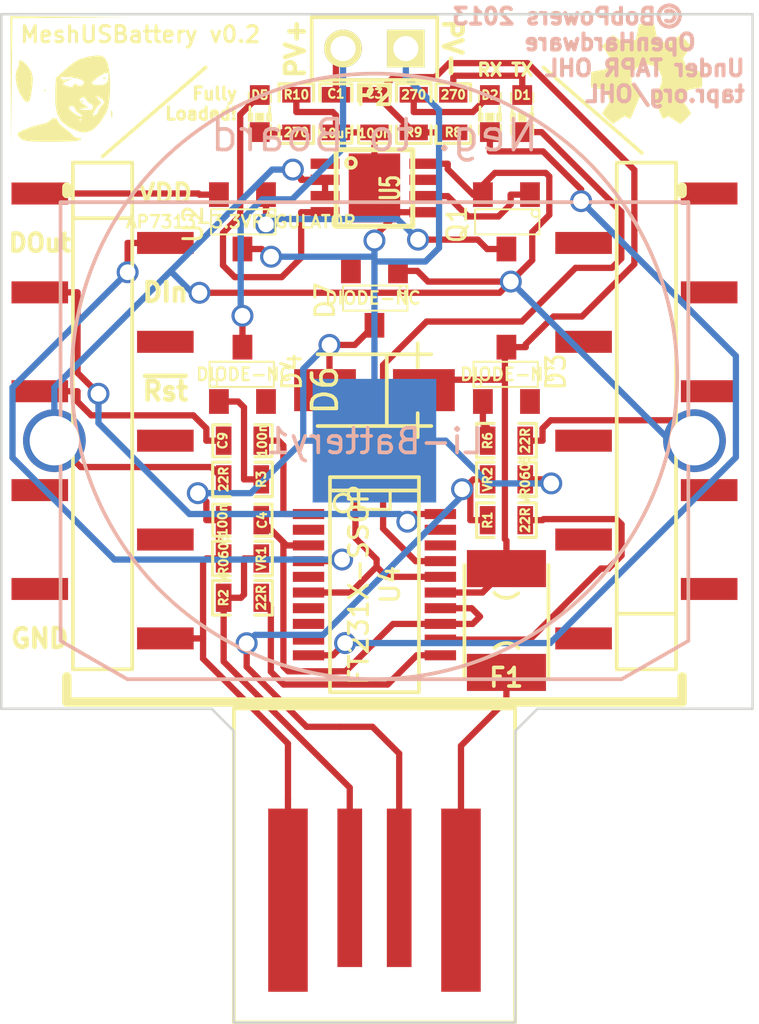
<source format=kicad_pcb>
(kicad_pcb (version 3) (host pcbnew "(2013-mar-13)-testing")

  (general
    (links 57)
    (no_connects 0)
    (area 130.504334 90.83902 167.053222 140.089)
    (thickness 1.6)
    (drawings 22)
    (tracks 310)
    (zones 0)
    (modules 33)
    (nets 53)
  )

  (page A4)
  (layers
    (15 F.Cu signal)
    (0 B.Cu signal)
    (16 B.Adhes user)
    (17 F.Adhes user)
    (18 B.Paste user)
    (19 F.Paste user)
    (20 B.SilkS user)
    (21 F.SilkS user)
    (22 B.Mask user)
    (23 F.Mask user)
    (24 Dwgs.User user)
    (25 Cmts.User user)
    (26 Eco1.User user)
    (27 Eco2.User user)
    (28 Edge.Cuts user)
  )

  (setup
    (last_trace_width 0.254)
    (user_trace_width 0.3048)
    (trace_clearance 0.254)
    (zone_clearance 0.2032)
    (zone_45_only yes)
    (trace_min 0.254)
    (segment_width 0.2)
    (edge_width 0.1)
    (via_size 0.889)
    (via_drill 0.635)
    (via_min_size 0.889)
    (via_min_drill 0.508)
    (uvia_size 0.508)
    (uvia_drill 0.127)
    (uvias_allowed no)
    (uvia_min_size 0.508)
    (uvia_min_drill 0.127)
    (pcb_text_width 0.3)
    (pcb_text_size 1.5 1.5)
    (mod_edge_width 0.15)
    (mod_text_size 1 1)
    (mod_text_width 0.15)
    (pad_size 0.4064 1.27)
    (pad_drill 0)
    (pad_to_mask_clearance 0)
    (aux_axis_origin 133.4 138.8)
    (visible_elements FFFFFB3F)
    (pcbplotparams
      (layerselection 284196865)
      (usegerberextensions true)
      (excludeedgelayer true)
      (linewidth 0.150000)
      (plotframeref false)
      (viasonmask false)
      (mode 1)
      (useauxorigin true)
      (hpglpennumber 1)
      (hpglpenspeed 20)
      (hpglpendiameter 15)
      (hpglpenoverlay 2)
      (psnegative false)
      (psa4output false)
      (plotreference false)
      (plotvalue false)
      (plotothertext true)
      (plotinvisibletext false)
      (padsonsilk false)
      (subtractmaskfromsilk false)
      (outputformat 1)
      (mirror false)
      (drillshape 0)
      (scaleselection 1)
      (outputdirectory Gerbers/))
  )

  (net 0 "")
  (net 1 BAT+)
  (net 2 GND)
  (net 3 N-000001)
  (net 4 N-0000010)
  (net 5 N-0000011)
  (net 6 N-0000012)
  (net 7 N-0000013)
  (net 8 N-0000017)
  (net 9 N-0000018)
  (net 10 N-0000019)
  (net 11 N-000002)
  (net 12 N-0000020)
  (net 13 N-0000021)
  (net 14 N-0000022)
  (net 15 N-0000023)
  (net 16 N-0000024)
  (net 17 N-0000025)
  (net 18 N-0000026)
  (net 19 N-0000027)
  (net 20 N-0000028)
  (net 21 N-0000029)
  (net 22 N-000003)
  (net 23 N-0000030)
  (net 24 N-0000031)
  (net 25 N-0000032)
  (net 26 N-0000033)
  (net 27 N-0000034)
  (net 28 N-0000035)
  (net 29 N-000004)
  (net 30 N-000005)
  (net 31 N-0000056)
  (net 32 N-0000057)
  (net 33 N-0000058)
  (net 34 N-0000059)
  (net 35 N-000006)
  (net 36 N-0000060)
  (net 37 N-0000061)
  (net 38 N-0000062)
  (net 39 N-0000063)
  (net 40 N-0000064)
  (net 41 N-0000065)
  (net 42 N-0000066)
  (net 43 N-0000067)
  (net 44 N-0000068)
  (net 45 N-0000069)
  (net 46 N-000007)
  (net 47 N-0000070)
  (net 48 N-0000071)
  (net 49 N-000008)
  (net 50 N-000009)
  (net 51 USB_VDD)
  (net 52 VCCIO)

  (net_class Default "This is the default net class."
    (clearance 0.254)
    (trace_width 0.254)
    (via_dia 0.889)
    (via_drill 0.635)
    (uvia_dia 0.508)
    (uvia_drill 0.127)
    (add_net "")
    (add_net BAT+)
    (add_net GND)
    (add_net N-000001)
    (add_net N-0000010)
    (add_net N-0000011)
    (add_net N-0000012)
    (add_net N-0000013)
    (add_net N-0000017)
    (add_net N-0000018)
    (add_net N-0000019)
    (add_net N-000002)
    (add_net N-0000020)
    (add_net N-0000021)
    (add_net N-0000022)
    (add_net N-0000023)
    (add_net N-0000024)
    (add_net N-0000025)
    (add_net N-0000026)
    (add_net N-0000027)
    (add_net N-0000028)
    (add_net N-0000029)
    (add_net N-000003)
    (add_net N-0000030)
    (add_net N-0000031)
    (add_net N-0000032)
    (add_net N-0000033)
    (add_net N-0000034)
    (add_net N-0000035)
    (add_net N-000004)
    (add_net N-000005)
    (add_net N-0000056)
    (add_net N-0000057)
    (add_net N-0000058)
    (add_net N-0000059)
    (add_net N-000006)
    (add_net N-0000060)
    (add_net N-0000061)
    (add_net N-0000062)
    (add_net N-0000063)
    (add_net N-0000064)
    (add_net N-0000065)
    (add_net N-0000066)
    (add_net N-0000067)
    (add_net N-0000068)
    (add_net N-0000069)
    (add_net N-000007)
    (add_net N-0000070)
    (add_net N-0000071)
    (add_net N-000008)
    (add_net N-000009)
    (add_net USB_VDD)
    (add_net VCCIO)
  )

  (module PIN_ARRAY_2X1 (layer F.Cu) (tedit 4565C520) (tstamp 523203B3)
    (at 148.5 99.14 180)
    (descr "Connecteurs 2 pins")
    (tags "CONN DEV")
    (path /523120A0)
    (fp_text reference P2 (at 0 -1.905 180) (layer F.SilkS)
      (effects (font (size 0.762 0.762) (thickness 0.1524)))
    )
    (fp_text value PVCell (at 0 -1.905 180) (layer F.SilkS) hide
      (effects (font (size 0.762 0.762) (thickness 0.1524)))
    )
    (fp_line (start -2.54 1.27) (end -2.54 -1.27) (layer F.SilkS) (width 0.1524))
    (fp_line (start -2.54 -1.27) (end 2.54 -1.27) (layer F.SilkS) (width 0.1524))
    (fp_line (start 2.54 -1.27) (end 2.54 1.27) (layer F.SilkS) (width 0.1524))
    (fp_line (start 2.54 1.27) (end -2.54 1.27) (layer F.SilkS) (width 0.1524))
    (pad 1 thru_hole rect (at -1.27 0 180) (size 1.524 1.524) (drill 1.016)
      (layers *.Cu *.Mask F.SilkS)
      (net 2 GND)
    )
    (pad 2 thru_hole circle (at 1.27 0 180) (size 1.524 1.524) (drill 1.016)
      (layers *.Cu *.Mask F.SilkS)
      (net 9 N-0000018)
    )
    (model pin_array/pins_array_2x1.wrl
      (at (xyz 0 0 0))
      (scale (xyz 1 1 1))
      (rotate (xyz 0 0 0))
    )
  )

  (module SSOP8-9 (layer F.Cu) (tedit 48070EED) (tstamp 5236B631)
    (at 148.5 104.78 270)
    (path /52312087)
    (attr smd)
    (fp_text reference U5 (at 0 -0.635 270) (layer F.SilkS)
      (effects (font (size 0.762 0.508) (thickness 0.1524)))
    )
    (fp_text value LTC4070 (at 0 0.762 270) (layer F.SilkS) hide
      (effects (font (size 0.762 0.508) (thickness 0.1524)))
    )
    (fp_circle (center -1.016 0.9525) (end -1.0795 1.143) (layer F.SilkS) (width 0.1524))
    (fp_line (start 0 -1.5494) (end -1.5494 -1.5494) (layer F.SilkS) (width 0.2032))
    (fp_line (start -1.5494 -1.5494) (end -1.5494 1.5494) (layer F.SilkS) (width 0.2032))
    (fp_line (start -1.5494 1.5494) (end 1.5494 1.5494) (layer F.SilkS) (width 0.2032))
    (fp_line (start 1.5494 1.5494) (end 1.5494 -1.5494) (layer F.SilkS) (width 0.2032))
    (fp_line (start 1.5494 -1.5494) (end 0 -1.5494) (layer F.SilkS) (width 0.2032))
    (pad 1 smd rect (at -0.98044 1.99898 270) (size 0.4191 1.1684)
      (layers F.Cu F.Paste F.Mask)
      (net 31 N-0000056)
    )
    (pad 2 smd rect (at -0.3302 1.99898 270) (size 0.4191 1.1684)
      (layers F.Cu F.Paste F.Mask)
      (net 10 N-0000019)
    )
    (pad 3 smd rect (at 0.3302 1.99898 270) (size 0.4191 1.1684)
      (layers F.Cu F.Paste F.Mask)
      (net 10 N-0000019)
    )
    (pad 4 smd rect (at 0.98044 1.99898 270) (size 0.4191 1.1684)
      (layers F.Cu F.Paste F.Mask)
      (net 18 N-0000026)
    )
    (pad 5 smd rect (at 0.98044 -1.99898 270) (size 0.4191 1.1684)
      (layers F.Cu F.Paste F.Mask)
      (net 2 GND)
    )
    (pad 6 smd rect (at 0.3302 -1.99898 270) (size 0.4191 1.1684)
      (layers F.Cu F.Paste F.Mask)
      (net 17 N-0000025)
    )
    (pad 7 smd rect (at -0.3302 -1.99898 270) (size 0.4191 1.1684)
      (layers F.Cu F.Paste F.Mask)
      (net 28 N-0000035)
    )
    (pad 8 smd rect (at -0.98044 -1.99898 270) (size 0.4191 1.1684)
      (layers F.Cu F.Paste F.Mask)
      (net 10 N-0000019)
    )
    (pad 9 smd rect (at 0 0 270) (size 2.794 2.0828)
      (layers F.Cu F.Paste F.Mask)
      (net 2 GND)
    )
    (model smd/cms_so8.wrl
      (at (xyz 0 0 0))
      (scale (xyz 0.25 0.25 0.25))
      (rotate (xyz 0 0 0))
    )
  )

  (module _MUSB_MF-MSMF050-Fuse (layer F.Cu) (tedit 52331B0D) (tstamp 525A0E74)
    (at 153.84 122.28 270)
    (path /522EBD3E)
    (fp_text reference F1 (at 2.31 0.01 360) (layer F.SilkS)
      (effects (font (size 0.75 0.75) (thickness 0.15)))
    )
    (fp_text value FUSE (at 0 -2.54 270) (layer F.SilkS) hide
      (effects (font (size 1 1) (thickness 0.15)))
    )
    (fp_arc (start -1.6 0) (end -1.11 -0.48) (angle 90) (layer F.SilkS) (width 0.15))
    (fp_arc (start 1.6 0) (end 1.11 0.48) (angle 90) (layer F.SilkS) (width 0.15))
    (fp_line (start -2.25 1.7) (end 2.25 1.7) (layer F.SilkS) (width 0.15))
    (fp_line (start -2.25 -1.7) (end 2.25 -1.7) (layer F.SilkS) (width 0.15))
    (pad 1 smd rect (at 2.1 0 270) (size 1.5 3.2)
      (layers F.Cu F.Paste F.Mask)
      (net 7 N-0000013)
    )
    (pad 2 smd rect (at -2.1 0 270) (size 1.5 3.2)
      (layers F.Cu F.Paste F.Mask)
      (net 51 USB_VDD)
    )
  )

  (module _MUSB_SM0603_Capa (layer F.Cu) (tedit 51CB9B1F) (tstamp 5237249D)
    (at 146.94 101.77 270)
    (path /52312498)
    (attr smd)
    (fp_text reference C1 (at -0.8 0 360) (layer F.SilkS)
      (effects (font (size 0.35 0.35) (thickness 0.0875)))
    )
    (fp_text value 10uF (at 0.8 0 360) (layer F.SilkS)
      (effects (font (size 0.35 0.35) (thickness 0.0875)))
    )
    (fp_text user "" (at -0.8 0 360) (layer F.SilkS)
      (effects (font (size 0.35 0.35) (thickness 0.0875)))
    )
    (fp_line (start 0.50038 0.65024) (end 1.19888 0.65024) (layer F.SilkS) (width 0.11938))
    (fp_line (start -0.50038 0.65024) (end -1.19888 0.65024) (layer F.SilkS) (width 0.11938))
    (fp_line (start 0.50038 -0.65024) (end 1.19888 -0.65024) (layer F.SilkS) (width 0.11938))
    (fp_line (start -1.19888 -0.65024) (end -0.50038 -0.65024) (layer F.SilkS) (width 0.11938))
    (fp_line (start 1.19888 -0.635) (end 1.19888 0.635) (layer F.SilkS) (width 0.11938))
    (fp_line (start -1.19888 0.635) (end -1.19888 -0.635) (layer F.SilkS) (width 0.11938))
    (pad 1 smd rect (at -0.762 0 270) (size 0.635 1.143)
      (layers F.Cu F.Paste F.Mask)
      (net 9 N-0000018)
    )
    (pad 2 smd rect (at 0.762 0 270) (size 0.635 1.143)
      (layers F.Cu F.Paste F.Mask)
      (net 2 GND)
    )
    (model smd\capacitors\C0603.wrl
      (at (xyz 0 0 0.001))
      (scale (xyz 0.5 0.5 0.5))
      (rotate (xyz 0 0 0))
    )
  )

  (module _MUSB_SM0603_Capa (layer F.Cu) (tedit 51CB9B1F) (tstamp 523724B7)
    (at 148.5 101.77 270)
    (path /522EE470)
    (attr smd)
    (fp_text reference C3 (at -0.8 0 360) (layer F.SilkS)
      (effects (font (size 0.35 0.35) (thickness 0.0875)))
    )
    (fp_text value 100n (at 0.8 0 360) (layer F.SilkS)
      (effects (font (size 0.35 0.35) (thickness 0.0875)))
    )
    (fp_text user "" (at -0.8 0 360) (layer F.SilkS)
      (effects (font (size 0.35 0.35) (thickness 0.0875)))
    )
    (fp_line (start 0.50038 0.65024) (end 1.19888 0.65024) (layer F.SilkS) (width 0.11938))
    (fp_line (start -0.50038 0.65024) (end -1.19888 0.65024) (layer F.SilkS) (width 0.11938))
    (fp_line (start 0.50038 -0.65024) (end 1.19888 -0.65024) (layer F.SilkS) (width 0.11938))
    (fp_line (start -1.19888 -0.65024) (end -0.50038 -0.65024) (layer F.SilkS) (width 0.11938))
    (fp_line (start 1.19888 -0.635) (end 1.19888 0.635) (layer F.SilkS) (width 0.11938))
    (fp_line (start -1.19888 0.635) (end -1.19888 -0.635) (layer F.SilkS) (width 0.11938))
    (pad 1 smd rect (at -0.762 0 270) (size 0.635 1.143)
      (layers F.Cu F.Paste F.Mask)
      (net 51 USB_VDD)
    )
    (pad 2 smd rect (at 0.762 0 270) (size 0.635 1.143)
      (layers F.Cu F.Paste F.Mask)
      (net 2 GND)
    )
    (model smd\capacitors\C0603.wrl
      (at (xyz 0 0 0.001))
      (scale (xyz 0.5 0.5 0.5))
      (rotate (xyz 0 0 0))
    )
  )

  (module _MUSB_SM0603_Capa (layer F.Cu) (tedit 51CB9B1F) (tstamp 523724C4)
    (at 143.16 118.22 180)
    (path /522FDDF5)
    (attr smd)
    (fp_text reference C4 (at -0.8 0 270) (layer F.SilkS)
      (effects (font (size 0.35 0.35) (thickness 0.0875)))
    )
    (fp_text value 100n (at 0.8 0 270) (layer F.SilkS)
      (effects (font (size 0.35 0.35) (thickness 0.0875)))
    )
    (fp_text user "" (at -0.8 0 270) (layer F.SilkS)
      (effects (font (size 0.35 0.35) (thickness 0.0875)))
    )
    (fp_line (start 0.50038 0.65024) (end 1.19888 0.65024) (layer F.SilkS) (width 0.11938))
    (fp_line (start -0.50038 0.65024) (end -1.19888 0.65024) (layer F.SilkS) (width 0.11938))
    (fp_line (start 0.50038 -0.65024) (end 1.19888 -0.65024) (layer F.SilkS) (width 0.11938))
    (fp_line (start -1.19888 -0.65024) (end -0.50038 -0.65024) (layer F.SilkS) (width 0.11938))
    (fp_line (start 1.19888 -0.635) (end 1.19888 0.635) (layer F.SilkS) (width 0.11938))
    (fp_line (start -1.19888 0.635) (end -1.19888 -0.635) (layer F.SilkS) (width 0.11938))
    (pad 1 smd rect (at -0.762 0 180) (size 0.635 1.143)
      (layers F.Cu F.Paste F.Mask)
      (net 52 VCCIO)
    )
    (pad 2 smd rect (at 0.762 0 180) (size 0.635 1.143)
      (layers F.Cu F.Paste F.Mask)
      (net 2 GND)
    )
    (model smd\capacitors\C0603.wrl
      (at (xyz 0 0 0.001))
      (scale (xyz 0.5 0.5 0.5))
      (rotate (xyz 0 0 0))
    )
  )

  (module _MUSB_SM0603_Capa (layer F.Cu) (tedit 51CB9B1F) (tstamp 523724EB)
    (at 143.16 115.004)
    (path /522FE8A3)
    (attr smd)
    (fp_text reference C9 (at -0.8 0 90) (layer F.SilkS)
      (effects (font (size 0.35 0.35) (thickness 0.0875)))
    )
    (fp_text value 100n (at 0.8 0 90) (layer F.SilkS)
      (effects (font (size 0.35 0.35) (thickness 0.0875)))
    )
    (fp_text user "" (at -0.8 0 90) (layer F.SilkS)
      (effects (font (size 0.35 0.35) (thickness 0.0875)))
    )
    (fp_line (start 0.50038 0.65024) (end 1.19888 0.65024) (layer F.SilkS) (width 0.11938))
    (fp_line (start -0.50038 0.65024) (end -1.19888 0.65024) (layer F.SilkS) (width 0.11938))
    (fp_line (start 0.50038 -0.65024) (end 1.19888 -0.65024) (layer F.SilkS) (width 0.11938))
    (fp_line (start -1.19888 -0.65024) (end -0.50038 -0.65024) (layer F.SilkS) (width 0.11938))
    (fp_line (start 1.19888 -0.635) (end 1.19888 0.635) (layer F.SilkS) (width 0.11938))
    (fp_line (start -1.19888 0.635) (end -1.19888 -0.635) (layer F.SilkS) (width 0.11938))
    (pad 1 smd rect (at -0.762 0) (size 0.635 1.143)
      (layers F.Cu F.Paste F.Mask)
      (net 30 N-000005)
    )
    (pad 2 smd rect (at 0.762 0) (size 0.635 1.143)
      (layers F.Cu F.Paste F.Mask)
      (net 29 N-000004)
    )
    (model smd\capacitors\C0603.wrl
      (at (xyz 0 0 0.001))
      (scale (xyz 0.5 0.5 0.5))
      (rotate (xyz 0 0 0))
    )
  )

  (module _MUSB_SM0603_Resistor (layer F.Cu) (tedit 51D14923) (tstamp 5237253F)
    (at 153.84 118.22)
    (path /52300256)
    (attr smd)
    (fp_text reference R1 (at -0.762 0 90) (layer F.SilkS)
      (effects (font (size 0.35 0.35) (thickness 0.0875)))
    )
    (fp_text value 22R (at 0.762 0 90) (layer F.SilkS)
      (effects (font (size 0.35 0.35) (thickness 0.0875)))
    )
    (fp_line (start -0.50038 -0.6985) (end -1.2065 -0.6985) (layer F.SilkS) (width 0.127))
    (fp_line (start -1.2065 -0.6985) (end -1.2065 0.6985) (layer F.SilkS) (width 0.127))
    (fp_line (start -1.2065 0.6985) (end -0.50038 0.6985) (layer F.SilkS) (width 0.127))
    (fp_line (start 1.2065 -0.6985) (end 0.50038 -0.6985) (layer F.SilkS) (width 0.127))
    (fp_line (start 1.2065 -0.6985) (end 1.2065 0.6985) (layer F.SilkS) (width 0.127))
    (fp_line (start 1.2065 0.6985) (end 0.50038 0.6985) (layer F.SilkS) (width 0.127))
    (pad 1 smd rect (at -0.762 0) (size 0.635 1.143)
      (layers F.Cu F.Paste F.Mask)
      (net 50 N-000009)
    )
    (pad 2 smd rect (at 0.762 0) (size 0.635 1.143)
      (layers F.Cu F.Paste F.Mask)
      (net 5 N-0000011)
    )
    (model smd\resistors\R0603.wrl
      (at (xyz 0 0 0.001))
      (scale (xyz 0.5 0.5 0.5))
      (rotate (xyz 0 0 0))
    )
  )

  (module _MUSB_SM0603_Resistor (layer F.Cu) (tedit 51D14923) (tstamp 5237254B)
    (at 143.16 121.36)
    (path /523001D7)
    (attr smd)
    (fp_text reference R2 (at -0.762 0 90) (layer F.SilkS)
      (effects (font (size 0.35 0.35) (thickness 0.0875)))
    )
    (fp_text value 22R (at 0.762 0 90) (layer F.SilkS)
      (effects (font (size 0.35 0.35) (thickness 0.0875)))
    )
    (fp_line (start -0.50038 -0.6985) (end -1.2065 -0.6985) (layer F.SilkS) (width 0.127))
    (fp_line (start -1.2065 -0.6985) (end -1.2065 0.6985) (layer F.SilkS) (width 0.127))
    (fp_line (start -1.2065 0.6985) (end -0.50038 0.6985) (layer F.SilkS) (width 0.127))
    (fp_line (start 1.2065 -0.6985) (end 0.50038 -0.6985) (layer F.SilkS) (width 0.127))
    (fp_line (start 1.2065 -0.6985) (end 1.2065 0.6985) (layer F.SilkS) (width 0.127))
    (fp_line (start 1.2065 0.6985) (end 0.50038 0.6985) (layer F.SilkS) (width 0.127))
    (pad 1 smd rect (at -0.762 0) (size 0.635 1.143)
      (layers F.Cu F.Paste F.Mask)
      (net 4 N-0000010)
    )
    (pad 2 smd rect (at 0.762 0) (size 0.635 1.143)
      (layers F.Cu F.Paste F.Mask)
      (net 6 N-0000012)
    )
    (model smd\resistors\R0603.wrl
      (at (xyz 0 0 0.001))
      (scale (xyz 0.5 0.5 0.5))
      (rotate (xyz 0 0 0))
    )
  )

  (module _MUSB_SM0603_Resistor (layer F.Cu) (tedit 51D14923) (tstamp 5237257B)
    (at 153.84 115.004)
    (path /52314992)
    (attr smd)
    (fp_text reference R6 (at -0.762 0 90) (layer F.SilkS)
      (effects (font (size 0.35 0.35) (thickness 0.0875)))
    )
    (fp_text value 22R (at 0.762 0 90) (layer F.SilkS)
      (effects (font (size 0.35 0.35) (thickness 0.0875)))
    )
    (fp_line (start -0.50038 -0.6985) (end -1.2065 -0.6985) (layer F.SilkS) (width 0.127))
    (fp_line (start -1.2065 -0.6985) (end -1.2065 0.6985) (layer F.SilkS) (width 0.127))
    (fp_line (start -1.2065 0.6985) (end -0.50038 0.6985) (layer F.SilkS) (width 0.127))
    (fp_line (start 1.2065 -0.6985) (end 0.50038 -0.6985) (layer F.SilkS) (width 0.127))
    (fp_line (start 1.2065 -0.6985) (end 1.2065 0.6985) (layer F.SilkS) (width 0.127))
    (fp_line (start 1.2065 0.6985) (end 0.50038 0.6985) (layer F.SilkS) (width 0.127))
    (pad 1 smd rect (at -0.762 0) (size 0.635 1.143)
      (layers F.Cu F.Paste F.Mask)
      (net 16 N-0000024)
    )
    (pad 2 smd rect (at 0.762 0) (size 0.635 1.143)
      (layers F.Cu F.Paste F.Mask)
      (net 10 N-0000019)
    )
    (model smd\resistors\R0603.wrl
      (at (xyz 0 0 0.001))
      (scale (xyz 0.5 0.5 0.5))
      (rotate (xyz 0 0 0))
    )
  )

  (module _MUSB_SM0603_Resistor (layer F.Cu) (tedit 51D14923) (tstamp 52372593)
    (at 151.69 101.77 90)
    (path /522FF148)
    (attr smd)
    (fp_text reference R8 (at -0.762 0 180) (layer F.SilkS)
      (effects (font (size 0.35 0.35) (thickness 0.0875)))
    )
    (fp_text value 270 (at 0.762 0 180) (layer F.SilkS)
      (effects (font (size 0.35 0.35) (thickness 0.0875)))
    )
    (fp_line (start -0.50038 -0.6985) (end -1.2065 -0.6985) (layer F.SilkS) (width 0.127))
    (fp_line (start -1.2065 -0.6985) (end -1.2065 0.6985) (layer F.SilkS) (width 0.127))
    (fp_line (start -1.2065 0.6985) (end -0.50038 0.6985) (layer F.SilkS) (width 0.127))
    (fp_line (start 1.2065 -0.6985) (end 0.50038 -0.6985) (layer F.SilkS) (width 0.127))
    (fp_line (start 1.2065 -0.6985) (end 1.2065 0.6985) (layer F.SilkS) (width 0.127))
    (fp_line (start 1.2065 0.6985) (end 0.50038 0.6985) (layer F.SilkS) (width 0.127))
    (pad 1 smd rect (at -0.762 0 90) (size 0.635 1.143)
      (layers F.Cu F.Paste F.Mask)
      (net 51 USB_VDD)
    )
    (pad 2 smd rect (at 0.762 0 90) (size 0.635 1.143)
      (layers F.Cu F.Paste F.Mask)
      (net 49 N-000008)
    )
    (model smd\resistors\R0603.wrl
      (at (xyz 0 0 0.001))
      (scale (xyz 0.5 0.5 0.5))
      (rotate (xyz 0 0 0))
    )
  )

  (module _MUSB_SM0603_Resistor (layer F.Cu) (tedit 51D14923) (tstamp 5237259F)
    (at 150.09 101.77 90)
    (path /522FF155)
    (attr smd)
    (fp_text reference R9 (at -0.762 0 180) (layer F.SilkS)
      (effects (font (size 0.35 0.35) (thickness 0.0875)))
    )
    (fp_text value 270 (at 0.762 0 180) (layer F.SilkS)
      (effects (font (size 0.35 0.35) (thickness 0.0875)))
    )
    (fp_line (start -0.50038 -0.6985) (end -1.2065 -0.6985) (layer F.SilkS) (width 0.127))
    (fp_line (start -1.2065 -0.6985) (end -1.2065 0.6985) (layer F.SilkS) (width 0.127))
    (fp_line (start -1.2065 0.6985) (end -0.50038 0.6985) (layer F.SilkS) (width 0.127))
    (fp_line (start 1.2065 -0.6985) (end 0.50038 -0.6985) (layer F.SilkS) (width 0.127))
    (fp_line (start 1.2065 -0.6985) (end 1.2065 0.6985) (layer F.SilkS) (width 0.127))
    (fp_line (start 1.2065 0.6985) (end 0.50038 0.6985) (layer F.SilkS) (width 0.127))
    (pad 1 smd rect (at -0.762 0 90) (size 0.635 1.143)
      (layers F.Cu F.Paste F.Mask)
      (net 51 USB_VDD)
    )
    (pad 2 smd rect (at 0.762 0 90) (size 0.635 1.143)
      (layers F.Cu F.Paste F.Mask)
      (net 46 N-000007)
    )
    (model smd\resistors\R0603.wrl
      (at (xyz 0 0 0.001))
      (scale (xyz 0.5 0.5 0.5))
      (rotate (xyz 0 0 0))
    )
  )

  (module _MUSB_SM0603_Resistor (layer F.Cu) (tedit 51D14923) (tstamp 523725B7)
    (at 143.16 119.77 180)
    (path /522EBD4D)
    (attr smd)
    (fp_text reference VR1 (at -0.762 0 270) (layer F.SilkS)
      (effects (font (size 0.35 0.35) (thickness 0.0875)))
    )
    (fp_text value VR0603 (at 0.762 0 270) (layer F.SilkS)
      (effects (font (size 0.35 0.35) (thickness 0.0875)))
    )
    (fp_line (start -0.50038 -0.6985) (end -1.2065 -0.6985) (layer F.SilkS) (width 0.127))
    (fp_line (start -1.2065 -0.6985) (end -1.2065 0.6985) (layer F.SilkS) (width 0.127))
    (fp_line (start -1.2065 0.6985) (end -0.50038 0.6985) (layer F.SilkS) (width 0.127))
    (fp_line (start 1.2065 -0.6985) (end 0.50038 -0.6985) (layer F.SilkS) (width 0.127))
    (fp_line (start 1.2065 -0.6985) (end 1.2065 0.6985) (layer F.SilkS) (width 0.127))
    (fp_line (start 1.2065 0.6985) (end 0.50038 0.6985) (layer F.SilkS) (width 0.127))
    (pad 1 smd rect (at -0.762 0 180) (size 0.635 1.143)
      (layers F.Cu F.Paste F.Mask)
      (net 4 N-0000010)
    )
    (pad 2 smd rect (at 0.762 0 180) (size 0.635 1.143)
      (layers F.Cu F.Paste F.Mask)
      (net 2 GND)
    )
    (model smd\resistors\R0603.wrl
      (at (xyz 0 0 0.001))
      (scale (xyz 0.5 0.5 0.5))
      (rotate (xyz 0 0 0))
    )
  )

  (module _MUSB_SM0603_Resistor (layer F.Cu) (tedit 51D14923) (tstamp 523725C3)
    (at 153.84 116.57)
    (path /522EBD5A)
    (attr smd)
    (fp_text reference VR2 (at -0.762 0 90) (layer F.SilkS)
      (effects (font (size 0.35 0.35) (thickness 0.0875)))
    )
    (fp_text value VR0603 (at 0.762 0 90) (layer F.SilkS)
      (effects (font (size 0.35 0.35) (thickness 0.0875)))
    )
    (fp_line (start -0.50038 -0.6985) (end -1.2065 -0.6985) (layer F.SilkS) (width 0.127))
    (fp_line (start -1.2065 -0.6985) (end -1.2065 0.6985) (layer F.SilkS) (width 0.127))
    (fp_line (start -1.2065 0.6985) (end -0.50038 0.6985) (layer F.SilkS) (width 0.127))
    (fp_line (start 1.2065 -0.6985) (end 0.50038 -0.6985) (layer F.SilkS) (width 0.127))
    (fp_line (start 1.2065 -0.6985) (end 1.2065 0.6985) (layer F.SilkS) (width 0.127))
    (fp_line (start 1.2065 0.6985) (end 0.50038 0.6985) (layer F.SilkS) (width 0.127))
    (pad 1 smd rect (at -0.762 0) (size 0.635 1.143)
      (layers F.Cu F.Paste F.Mask)
      (net 50 N-000009)
    )
    (pad 2 smd rect (at 0.762 0) (size 0.635 1.143)
      (layers F.Cu F.Paste F.Mask)
      (net 2 GND)
    )
    (model smd\resistors\R0603.wrl
      (at (xyz 0 0 0.001))
      (scale (xyz 0.5 0.5 0.5))
      (rotate (xyz 0 0 0))
    )
  )

  (module _MUSB_SM0603_Resistor (layer F.Cu) (tedit 51D14923) (tstamp 5234BA2D)
    (at 145.34 101.77 270)
    (path /52316266)
    (attr smd)
    (fp_text reference R10 (at -0.762 0 360) (layer F.SilkS)
      (effects (font (size 0.35 0.35) (thickness 0.0875)))
    )
    (fp_text value 270 (at 0.762 0 360) (layer F.SilkS)
      (effects (font (size 0.35 0.35) (thickness 0.0875)))
    )
    (fp_line (start -0.50038 -0.6985) (end -1.2065 -0.6985) (layer F.SilkS) (width 0.127))
    (fp_line (start -1.2065 -0.6985) (end -1.2065 0.6985) (layer F.SilkS) (width 0.127))
    (fp_line (start -1.2065 0.6985) (end -0.50038 0.6985) (layer F.SilkS) (width 0.127))
    (fp_line (start 1.2065 -0.6985) (end 0.50038 -0.6985) (layer F.SilkS) (width 0.127))
    (fp_line (start 1.2065 -0.6985) (end 1.2065 0.6985) (layer F.SilkS) (width 0.127))
    (fp_line (start 1.2065 0.6985) (end 0.50038 0.6985) (layer F.SilkS) (width 0.127))
    (pad 1 smd rect (at -0.762 0 270) (size 0.635 1.143)
      (layers F.Cu F.Paste F.Mask)
      (net 2 GND)
    )
    (pad 2 smd rect (at 0.762 0 270) (size 0.635 1.143)
      (layers F.Cu F.Paste F.Mask)
      (net 19 N-0000027)
    )
    (model smd\resistors\R0603.wrl
      (at (xyz 0 0 0.001))
      (scale (xyz 0.5 0.5 0.5))
      (rotate (xyz 0 0 0))
    )
  )

  (module SOT23 (layer F.Cu) (tedit 5235B7E0) (tstamp 52355F92)
    (at 153.84 106.15 180)
    (tags SOT23)
    (path /52355F92)
    (fp_text reference Q1 (at 1.99898 -0.09906 270) (layer F.SilkS)
      (effects (font (size 0.762 0.762) (thickness 0.11938)))
    )
    (fp_text value MOS_P (at 0.0635 0 180) (layer F.SilkS) hide
      (effects (font (size 0.50038 0.50038) (thickness 0.09906)))
    )
    (fp_circle (center -1.17602 0.35052) (end -1.30048 0.44958) (layer F.SilkS) (width 0.07874))
    (fp_line (start 1.27 -0.508) (end 1.27 0.508) (layer F.SilkS) (width 0.07874))
    (fp_line (start -1.3335 -0.508) (end -1.3335 0.508) (layer F.SilkS) (width 0.07874))
    (fp_line (start 1.27 0.508) (end -1.3335 0.508) (layer F.SilkS) (width 0.07874))
    (fp_line (start -1.3335 -0.508) (end 1.27 -0.508) (layer F.SilkS) (width 0.07874))
    (pad 3 smd rect (at 0 -1.09982 180) (size 0.8001 1.00076)
      (layers F.Cu F.Paste F.Mask)
      (net 8 N-0000017)
    )
    (pad 2 smd rect (at 0.9525 1.09982 180) (size 0.8001 1.00076)
      (layers F.Cu F.Paste F.Mask)
      (net 10 N-0000019)
    )
    (pad 1 smd rect (at -0.9525 1.09982 180) (size 0.8001 1.00076)
      (layers F.Cu F.Paste F.Mask)
      (net 17 N-0000025)
    )
    (model smd\SOT23_3.wrl
      (at (xyz 0 0 0))
      (scale (xyz 0.4 0.4 0.4))
      (rotate (xyz 0 0 180))
    )
  )

  (module _MUSB_MPD-BK-5033_2450BatteryHolder (layer B.Cu) (tedit 523595CA) (tstamp 523411AE)
    (at 148.5 115.004 180)
    (path /522EB9C4)
    (fp_text reference Li-Battery1 (at -0.01 -0.02 180) (layer B.SilkS)
      (effects (font (size 1 1) (thickness 0.15)) (justify mirror))
    )
    (fp_text value BAT2 (at 0 -10.725 180) (layer B.SilkS) hide
      (effects (font (size 1 1) (thickness 0.15)) (justify mirror))
    )
    (fp_text user "Neg. to Board" (at 0 12.35 180) (layer B.SilkS)
      (effects (font (size 1.25 1.25) (thickness 0.15)) (justify mirror))
    )
    (fp_line (start -12.7 9.65) (end -12.7 -8.1) (layer B.SilkS) (width 0.15))
    (fp_line (start 12.7 9.65) (end 12.7 -8.1) (layer B.SilkS) (width 0.15))
    (fp_line (start -10 -9.65) (end 10 -9.65) (layer B.SilkS) (width 0.15))
    (fp_line (start -10 -9.65) (end -12.7 -8.1) (layer B.SilkS) (width 0.15))
    (fp_line (start 10 -9.65) (end 12.7 -8.1) (layer B.SilkS) (width 0.15))
    (fp_circle (center 0 2.6) (end 12.25 2.6) (layer B.SilkS) (width 0.15))
    (fp_line (start 12.7 9.65) (end -12.7 9.65) (layer B.SilkS) (width 0.15))
    (fp_line (start -12.7 9.65) (end -12.7 0) (layer B.SilkS) (width 0.15))
    (pad 2 smd rect (at 0 0 180) (size 5 5)
      (layers B.Cu B.Paste B.Mask)
      (net 2 GND)
    )
    (pad 1 thru_hole circle (at 12.95 0 180) (size 2.54 2.54) (drill 2)
      (layers *.Cu *.Mask B.Paste)
      (net 10 N-0000019)
    )
    (pad 1 thru_hole circle (at -12.95 0 180) (size 2.54 2.54) (drill 2)
      (layers *.Cu *.Mask B.Paste)
      (net 10 N-0000019)
    )
  )

  (module _MUSB_USB-A-PCB (layer F.Cu) (tedit 52359FA8) (tstamp 523338CA)
    (at 148.501 132.19 180)
    (path /522EB4BD)
    (fp_text reference P1 (at 0 -7.07 180) (layer F.SilkS) hide
      (effects (font (size 1 1) (thickness 0.15)))
    )
    (fp_text value USB_4 (at 0 7.68 180) (layer F.SilkS) hide
      (effects (font (size 1 1) (thickness 0.15)))
    )
    (fp_line (start -5.69 -6.35) (end -5.69 6.35) (layer F.SilkS) (width 0.15))
    (fp_line (start -5.69 6.35) (end 5.69 6.35) (layer F.SilkS) (width 0.15))
    (fp_line (start 5.69 6.35) (end 5.69 -6.35) (layer F.SilkS) (width 0.15))
    (fp_line (start 5.69 -6.35) (end -5.69 -6.35) (layer F.SilkS) (width 0.15))
    (pad 1 smd rect (at 3.5 -1.405 180) (size 1.6 7.41)
      (layers F.Cu F.Paste F.Mask)
      (net 2 GND)
    )
    (pad 4 smd rect (at -3.5 -1.405 180) (size 1.6 7.41)
      (layers F.Cu F.Paste F.Mask)
      (net 7 N-0000013)
    )
    (pad 2 smd rect (at 1 -0.905 180) (size 1 6.41)
      (layers F.Cu F.Paste F.Mask)
      (net 4 N-0000010)
    )
    (pad 3 smd rect (at -1 -0.905 180) (size 1 6.41)
      (layers F.Cu F.Paste F.Mask)
      (net 50 N-000009)
    )
  )

  (module LOGO (layer F.Cu) (tedit 5258D0AC) (tstamp 5235ACEC)
    (at 136.05 100.37)
    (fp_text reference G0 (at 0 3.302) (layer F.SilkS) hide
      (effects (font (thickness 0.3048)))
    )
    (fp_text value LOGO (at 0 -3.302) (layer F.SilkS) hide
      (effects (font (thickness 0.3048)))
    )
    (fp_poly (pts (xy 2.413 -2.5019) (xy 0.10668 -2.47904) (xy -2.19964 -2.45364) (xy -2.22504 0.0635)
      (xy -2.2479 2.58064) (xy -2.26822 0.02032) (xy -2.286 -2.54) (xy 0.0635 -2.52222)
      (xy 2.413 -2.5019) (xy 2.413 -2.5019)) (layer F.SilkS) (width 0.00254))
    (fp_poly (pts (xy 0.59182 2.45364) (xy 0.51054 2.4892) (xy 0.27432 2.51714) (xy -0.09652 2.53238)
      (xy -0.58166 2.54) (xy -1.0541 2.53746) (xy -1.38684 2.5273) (xy -1.61036 2.50952)
      (xy -1.75514 2.4765) (xy -1.84912 2.42316) (xy -1.905 2.36982) (xy -1.98882 2.26568)
      (xy -1.9812 2.19456) (xy -1.86182 2.11582) (xy -1.67386 2.032) (xy -1.3843 1.92278)
      (xy -1.10236 1.84658) (xy -1.016 1.83134) (xy -0.80264 1.77292) (xy -0.66802 1.66878)
      (xy -0.66548 1.66624) (xy -0.54864 1.57988) (xy -0.41402 1.6002) (xy -0.34036 1.70942)
      (xy -0.34036 1.72212) (xy -0.27432 1.82626) (xy -0.1143 1.97104) (xy -0.04318 2.0193)
      (xy 0.1397 2.16154) (xy 0.24384 2.27076) (xy 0.254 2.29616) (xy 0.32258 2.35458)
      (xy 0.42164 2.36982) (xy 0.5588 2.40538) (xy 0.59182 2.45364) (xy 0.59182 2.45364)) (layer F.SilkS) (width 0.00254))
    (fp_poly (pts (xy 1.75768 0.42418) (xy 1.73228 0.82042) (xy 1.6891 1.07188) (xy 1.6891 -0.04826)
      (xy 1.6891 -0.19304) (xy 1.62814 -0.254) (xy 1.4986 -0.21082) (xy 1.31572 -0.1016)
      (xy 1.13792 0.02794) (xy 1.02616 0.13716) (xy 1.016 0.16764) (xy 1.08712 0.2286)
      (xy 1.25984 0.25146) (xy 1.46558 0.2286) (xy 1.55702 0.20066) (xy 1.64338 0.10922)
      (xy 1.6891 -0.04826) (xy 1.6891 1.07188) (xy 1.67386 1.16078) (xy 1.60274 1.3589)
      (xy 1.5113 1.50368) (xy 1.5113 0.96012) (xy 1.46558 0.84074) (xy 1.3335 0.75184)
      (xy 1.20396 0.68834) (xy 1.19888 0.71374) (xy 1.30302 0.83312) (xy 1.38938 0.96012)
      (xy 1.3716 1.01346) (xy 1.36906 1.016) (xy 1.26746 1.08204) (xy 1.15316 1.24968)
      (xy 1.143 1.26746) (xy 1.07188 1.41478) (xy 1.07188 1.143) (xy 1.01854 1.0287)
      (xy 0.97028 1.016) (xy 0.85852 0.94742) (xy 0.79502 0.84836) (xy 0.70358 0.73406)
      (xy 0.6985 0.73406) (xy 0.6985 0.16256) (xy 0.68072 0.09398) (xy 0.5715 0.02286)
      (xy 0.37084 -0.03302) (xy 0.13208 -0.06858) (xy -0.08382 -0.07874) (xy -0.2286 -0.05588)
      (xy -0.254 -0.02286) (xy -0.18288 0.0254) (xy -0.02286 0.02794) (xy 0.21082 -0.00508)
      (xy 0 0.09144) (xy -0.14478 0.16256) (xy -0.1397 0.21082) (xy -0.04318 0.25654)
      (xy 0.14478 0.32258) (xy 0.23622 0.30734) (xy 0.28194 0.23114) (xy 0.3429 0.17272)
      (xy 0.3937 0.22098) (xy 0.508 0.28194) (xy 0.63246 0.25146) (xy 0.6985 0.16256)
      (xy 0.6985 0.73406) (xy 0.59182 0.76454) (xy 0.52324 0.8382) (xy 0.57658 0.9271)
      (xy 0.6731 1.00838) (xy 0.88138 1.1684) (xy 0.62992 1.2065) (xy 0.50292 1.22936)
      (xy 0.52324 1.2446) (xy 0.70358 1.25476) (xy 0.72644 1.2573) (xy 0.96012 1.24714)
      (xy 1.06172 1.18872) (xy 1.07188 1.143) (xy 1.07188 1.41478) (xy 1.06426 1.43256)
      (xy 1.06934 1.4859) (xy 1.14046 1.46812) (xy 1.25476 1.36906) (xy 1.27 1.31318)
      (xy 1.32842 1.17094) (xy 1.397 1.09982) (xy 1.5113 0.96012) (xy 1.5113 1.50368)
      (xy 1.33604 1.78816) (xy 1.05156 2.06248) (xy 0.75438 2.17424) (xy 0.64008 2.15646)
      (xy 0.64008 1.49098) (xy 0.54102 1.42494) (xy 0.52832 1.41986) (xy 0.381 1.3081)
      (xy 0.33782 1.21412) (xy 0.26924 1.11252) (xy 0.21082 1.09982) (xy 0.09652 1.12776)
      (xy 0.08382 1.15316) (xy 0.14986 1.26238) (xy 0.30226 1.38938) (xy 0.47752 1.49098)
      (xy 0.5842 1.51638) (xy 0.64008 1.49098) (xy 0.64008 2.15646) (xy 0.59182 2.15138)
      (xy 0.59182 1.651) (xy 0.54864 1.60782) (xy 0.508 1.651) (xy 0.54864 1.69164)
      (xy 0.59182 1.651) (xy 0.59182 2.15138) (xy 0.508 2.14122) (xy 0.08128 1.95072)
      (xy -0.20828 1.72466) (xy -0.38354 1.43002) (xy -0.45974 1.03378) (xy -0.46482 0.59182)
      (xy -0.43942 -0.04318) (xy -0.00762 -0.4318) (xy 0.28194 -0.66802) (xy 0.54356 -0.81026)
      (xy 0.84582 -0.89662) (xy 0.90424 -0.90678) (xy 1.18872 -0.94996) (xy 1.36398 -0.94742)
      (xy 1.4859 -0.89408) (xy 1.55448 -0.83566) (xy 1.651 -0.65786) (xy 1.7145 -0.36068)
      (xy 1.7526 0.01524) (xy 1.75768 0.42418) (xy 1.75768 0.42418)) (layer F.SilkS) (width 0.00254))
    (fp_poly (pts (xy 1.84658 1.47574) (xy 1.83134 1.54432) (xy 1.8034 1.5494) (xy 1.79324 1.41478)
      (xy 1.79324 1.397) (xy 1.80594 1.26492) (xy 1.83134 1.27762) (xy 1.83642 1.29032)
      (xy 1.84658 1.47574) (xy 1.84658 1.47574)) (layer F.SilkS) (width 0.00254))
    (fp_poly (pts (xy -1.37668 -0.09398) (xy -1.37922 0.14986) (xy -1.397 0.3175) (xy -1.4478 0.67564)
      (xy -1.50368 0.88138) (xy -1.57988 0.94742) (xy -1.68402 0.89408) (xy -1.7526 0.8255)
      (xy -1.90754 0.57658) (xy -2.0193 0.26162) (xy -2.06756 -0.05588) (xy -2.03962 -0.31242)
      (xy -2.01676 -0.36322) (xy -1.94564 -0.54864) (xy -1.93548 -0.65786) (xy -1.9177 -0.75946)
      (xy -1.82118 -0.7493) (xy -1.68148 -0.64262) (xy -1.5367 -0.4699) (xy -1.42494 -0.27686)
      (xy -1.37668 -0.09398) (xy -1.37668 -0.09398)) (layer F.SilkS) (width 0.00254))
    (fp_poly (pts (xy -0.84836 0.46482) (xy -0.889 0.508) (xy -0.93218 0.46482) (xy -0.889 0.42164)
      (xy -0.84836 0.46482) (xy -0.84836 0.46482)) (layer F.SilkS) (width 0.00254))
    (fp_poly (pts (xy 0.67564 0.889) (xy 0.635 0.92964) (xy 0.59182 0.889) (xy 0.635 0.84582)
      (xy 0.67564 0.889) (xy 0.67564 0.889)) (layer F.SilkS) (width 0.00254))
    (fp_poly (pts (xy 1.57988 -0.05842) (xy 1.56718 -0.00762) (xy 1.524 0) (xy 1.45288 -0.03302)
      (xy 1.46558 -0.05842) (xy 1.56718 -0.06858) (xy 1.57988 -0.05842) (xy 1.57988 -0.05842)) (layer F.SilkS) (width 0.00254))
  )

  (module LOGO (layer F.Cu) (tedit 5258D09D) (tstamp 5235B5F2)
    (at 159.51 100.17)
    (fp_text reference G1 (at 0 2.38506) (layer F.SilkS) hide
      (effects (font (size 0.2032 0.2032) (thickness 0.04064)))
    )
    (fp_text value LOGO (at 0 -2.38506) (layer F.SilkS) hide
      (effects (font (size 0.2032 0.2032) (thickness 0.04064)))
    )
    (fp_poly (pts (xy -1.36398 2.0193) (xy -1.33858 2.00914) (xy -1.28778 1.97358) (xy -1.21158 1.92532)
      (xy -1.12268 1.8669) (xy -1.03378 1.80594) (xy -0.96012 1.75768) (xy -0.90932 1.72466)
      (xy -0.889 1.71196) (xy -0.8763 1.71704) (xy -0.83312 1.73736) (xy -0.77216 1.76784)
      (xy -0.7366 1.78816) (xy -0.68072 1.81102) (xy -0.65278 1.8161) (xy -0.6477 1.80848)
      (xy -0.62738 1.7653) (xy -0.59436 1.69164) (xy -0.55118 1.59512) (xy -0.50292 1.48082)
      (xy -0.45212 1.35636) (xy -0.39878 1.2319) (xy -0.35052 1.11252) (xy -0.3048 1.0033)
      (xy -0.26924 0.91694) (xy -0.24638 0.85598) (xy -0.23876 0.82804) (xy -0.2413 0.82296)
      (xy -0.26924 0.79502) (xy -0.3175 0.75946) (xy -0.42418 0.6731) (xy -0.53086 0.54102)
      (xy -0.59436 0.3937) (xy -0.61468 0.22606) (xy -0.5969 0.07366) (xy -0.53594 -0.07366)
      (xy -0.43434 -0.20574) (xy -0.30988 -0.3048) (xy -0.16256 -0.36576) (xy 0 -0.38608)
      (xy 0.15494 -0.3683) (xy 0.30734 -0.30988) (xy 0.43942 -0.20828) (xy 0.4953 -0.14478)
      (xy 0.5715 -0.01016) (xy 0.61722 0.13208) (xy 0.6223 0.17018) (xy 0.61468 0.32766)
      (xy 0.56896 0.48006) (xy 0.48514 0.61468) (xy 0.3683 0.72644) (xy 0.3556 0.7366)
      (xy 0.29972 0.77724) (xy 0.26416 0.80518) (xy 0.23622 0.82804) (xy 0.43688 1.31064)
      (xy 0.4699 1.38938) (xy 0.52578 1.52146) (xy 0.57404 1.63576) (xy 0.61214 1.72466)
      (xy 0.64008 1.78562) (xy 0.65024 1.81102) (xy 0.65278 1.81102) (xy 0.67056 1.8161)
      (xy 0.70612 1.80086) (xy 0.7747 1.76784) (xy 0.82042 1.74498) (xy 0.87122 1.72212)
      (xy 0.89408 1.71196) (xy 0.9144 1.72212) (xy 0.96266 1.75514) (xy 1.03378 1.8034)
      (xy 1.12268 1.86182) (xy 1.20396 1.9177) (xy 1.28016 1.9685) (xy 1.33604 2.00406)
      (xy 1.36144 2.01676) (xy 1.36652 2.01676) (xy 1.38938 2.00406) (xy 1.43256 1.9685)
      (xy 1.4986 1.905) (xy 1.59258 1.81356) (xy 1.60782 1.79832) (xy 1.68402 1.72212)
      (xy 1.74498 1.65608) (xy 1.78816 1.61036) (xy 1.8034 1.5875) (xy 1.8034 1.5875)
      (xy 1.78816 1.5621) (xy 1.75514 1.50622) (xy 1.70434 1.43002) (xy 1.64338 1.33858)
      (xy 1.48336 1.10744) (xy 1.56972 0.88646) (xy 1.59766 0.82042) (xy 1.63068 0.7366)
      (xy 1.65862 0.67818) (xy 1.67132 0.65278) (xy 1.69418 0.64516) (xy 1.75514 0.62992)
      (xy 1.8415 0.61214) (xy 1.94564 0.59436) (xy 2.0447 0.57404) (xy 2.1336 0.5588)
      (xy 2.19964 0.5461) (xy 2.22758 0.54102) (xy 2.2352 0.53594) (xy 2.24028 0.5207)
      (xy 2.24536 0.49022) (xy 2.2479 0.43688) (xy 2.2479 0.35052) (xy 2.2479 0.22606)
      (xy 2.2479 0.21336) (xy 2.2479 0.09398) (xy 2.24536 0) (xy 2.24282 -0.05842)
      (xy 2.23774 -0.08382) (xy 2.23774 -0.08382) (xy 2.2098 -0.09144) (xy 2.1463 -0.10414)
      (xy 2.0574 -0.12192) (xy 1.95072 -0.14224) (xy 1.9431 -0.14224) (xy 1.83642 -0.1651)
      (xy 1.74752 -0.18288) (xy 1.68656 -0.19558) (xy 1.65862 -0.20574) (xy 1.65354 -0.21336)
      (xy 1.63322 -0.254) (xy 1.60274 -0.32004) (xy 1.56718 -0.40132) (xy 1.53162 -0.48514)
      (xy 1.50114 -0.5588) (xy 1.48082 -0.61468) (xy 1.47574 -0.64008) (xy 1.47574 -0.64262)
      (xy 1.49098 -0.66802) (xy 1.52908 -0.72136) (xy 1.57988 -0.79756) (xy 1.64084 -0.889)
      (xy 1.64592 -0.89662) (xy 1.70688 -0.98552) (xy 1.75768 -1.06172) (xy 1.7907 -1.1176)
      (xy 1.8034 -1.14046) (xy 1.8034 -1.143) (xy 1.78308 -1.1684) (xy 1.73736 -1.2192)
      (xy 1.67132 -1.28778) (xy 1.59258 -1.36906) (xy 1.56718 -1.39192) (xy 1.48082 -1.47828)
      (xy 1.41986 -1.53416) (xy 1.38176 -1.56464) (xy 1.36398 -1.56972) (xy 1.36144 -1.56972)
      (xy 1.33604 -1.55448) (xy 1.27762 -1.51638) (xy 1.20142 -1.46558) (xy 1.10998 -1.40208)
      (xy 1.1049 -1.397) (xy 1.01346 -1.33604) (xy 0.9398 -1.28524) (xy 0.88646 -1.25222)
      (xy 0.8636 -1.23698) (xy 0.85852 -1.23698) (xy 0.82296 -1.24714) (xy 0.75692 -1.27)
      (xy 0.67818 -1.30048) (xy 0.5969 -1.3335) (xy 0.5207 -1.36652) (xy 0.46482 -1.39192)
      (xy 0.43688 -1.40716) (xy 0.43688 -1.40716) (xy 0.42672 -1.44018) (xy 0.41148 -1.50876)
      (xy 0.39116 -1.6002) (xy 0.37084 -1.70942) (xy 0.3683 -1.7272) (xy 0.34798 -1.83642)
      (xy 0.3302 -1.92532) (xy 0.3175 -1.98628) (xy 0.31242 -2.01168) (xy 0.29718 -2.01422)
      (xy 0.24384 -2.01676) (xy 0.1651 -2.0193) (xy 0.06604 -2.02184) (xy -0.03302 -2.0193)
      (xy -0.13208 -2.0193) (xy -0.21844 -2.01422) (xy -0.2794 -2.01168) (xy -0.3048 -2.0066)
      (xy -0.3048 -2.00406) (xy -0.31496 -1.97104) (xy -0.32766 -1.905) (xy -0.34798 -1.81102)
      (xy -0.3683 -1.69926) (xy -0.37338 -1.68148) (xy -0.3937 -1.5748) (xy -0.41148 -1.4859)
      (xy -0.42418 -1.42494) (xy -0.42926 -1.40208) (xy -0.43942 -1.397) (xy -0.48514 -1.37668)
      (xy -0.55626 -1.34874) (xy -0.64516 -1.31318) (xy -0.8509 -1.22936) (xy -1.10236 -1.40208)
      (xy -1.12522 -1.41732) (xy -1.21666 -1.47828) (xy -1.29286 -1.52908) (xy -1.34366 -1.5621)
      (xy -1.36398 -1.5748) (xy -1.36652 -1.5748) (xy -1.39192 -1.55194) (xy -1.44272 -1.50622)
      (xy -1.5113 -1.43764) (xy -1.59004 -1.3589) (xy -1.64846 -1.30048) (xy -1.71958 -1.22936)
      (xy -1.76276 -1.1811) (xy -1.78562 -1.15062) (xy -1.79578 -1.13284) (xy -1.79324 -1.12014)
      (xy -1.778 -1.09474) (xy -1.7399 -1.03886) (xy -1.68656 -0.96266) (xy -1.6256 -0.87376)
      (xy -1.5748 -0.79756) (xy -1.52146 -0.71374) (xy -1.4859 -0.65278) (xy -1.4732 -0.62484)
      (xy -1.47574 -0.61214) (xy -1.49352 -0.56134) (xy -1.524 -0.48768) (xy -1.5621 -0.39878)
      (xy -1.64846 -0.19812) (xy -1.78054 -0.17272) (xy -1.85928 -0.15748) (xy -1.97104 -0.13716)
      (xy -2.07772 -0.11684) (xy -2.24282 -0.08382) (xy -2.2479 0.52324) (xy -2.2225 0.53594)
      (xy -2.19964 0.54102) (xy -2.13614 0.55626) (xy -2.04978 0.57404) (xy -1.94564 0.59182)
      (xy -1.85674 0.6096) (xy -1.76784 0.62484) (xy -1.70434 0.63754) (xy -1.6764 0.64516)
      (xy -1.66878 0.65278) (xy -1.64846 0.69596) (xy -1.61544 0.76454) (xy -1.57988 0.84836)
      (xy -1.54432 0.93218) (xy -1.51384 1.01092) (xy -1.49098 1.07188) (xy -1.48336 1.10236)
      (xy -1.49606 1.12522) (xy -1.52908 1.17856) (xy -1.57734 1.25222) (xy -1.6383 1.34112)
      (xy -1.69926 1.43002) (xy -1.75006 1.50622) (xy -1.78562 1.55956) (xy -1.80086 1.58496)
      (xy -1.79324 1.6002) (xy -1.75768 1.64338) (xy -1.69164 1.71196) (xy -1.59258 1.81102)
      (xy -1.5748 1.82626) (xy -1.49606 1.90246) (xy -1.43002 1.96342) (xy -1.3843 2.00406)
      (xy -1.36398 2.0193)) (layer F.SilkS) (width 0.00254))
  )

  (module _MUSB_XBee_Board_OUTLINE_ONLY (layer F.Cu) (tedit 5235BC75) (tstamp 52320491)
    (at 148.501 105.004)
    (path /522EB270)
    (fp_text reference U1 (at -6.35 7.62 90) (layer F.SilkS) hide
      (effects (font (thickness 0.3048)))
    )
    (fp_text value XBEE (at 4.445 11.43) (layer F.SilkS) hide
      (effects (font (thickness 0.3048)))
    )
    (fp_line (start -12.446 0) (end -12.446 -0.254) (layer F.SilkS) (width 0.381))
    (fp_line (start -6.83 -5.1) (end -11 -1.5) (layer F.SilkS) (width 0.15))
    (fp_line (start 6.84 -5.1) (end 10.82 -1.64) (layer F.SilkS) (width 0.15))
    (fp_text user AD2 (at 9.825 4.0005 90) (layer F.SilkS) hide
      (effects (font (size 0.45 0.45) (thickness 0.1125)))
    )
    (fp_text user AD3 (at 9.825 5.99948 90) (layer F.SilkS) hide
      (effects (font (size 0.45 0.45) (thickness 0.1125)))
    )
    (fp_text user AD6 (at 9.825 8.13 90) (layer F.SilkS) hide
      (effects (font (size 0.45 0.45) (thickness 0.1125)))
    )
    (fp_text user PE5 (at 9.825 11.99896 90) (layer F.SilkS) hide
      (effects (font (size 0.45 0.45) (thickness 0.0875)))
    )
    (fp_text user AD4 (at 9.825 18.00098 90) (layer F.SilkS) hide
      (effects (font (size 0.45 0.45) (thickness 0.0875)))
    )
    (fp_text user AD7 (at 9.825 15.99946 90) (layer F.SilkS) hide
      (effects (font (size 0.45 0.45) (thickness 0.0875)))
    )
    (fp_text user MSI/SCL (at 9.825 14.00048 90) (layer F.SilkS) hide
      (effects (font (size 0.35 0.35) (thickness 0.0875)))
    )
    (fp_text user AD5 (at 9.825 9.99998 90) (layer F.SilkS) hide
      (effects (font (size 0.45 0.45) (thickness 0.075)))
    )
    (fp_text user AD1 (at 9.85 1.99898 90) (layer F.SilkS) hide
      (effects (font (size 0.45 0.45) (thickness 0.075)))
    )
    (fp_text user AD0 (at 9.85 0 90) (layer F.SilkS) hide
      (effects (font (size 0.45 0.45) (thickness 0.075)))
    )
    (fp_text user 3.3V (at -9.85 0 90) (layer F.SilkS) hide
      (effects (font (size 0.5 0.5) (thickness 0.125)))
    )
    (fp_text user TX0 (at -9.85 1.99898 90) (layer F.SilkS) hide
      (effects (font (size 0.45 0.45) (thickness 0.0875)))
    )
    (fp_text user RX0 (at -9.85 4.0005 90) (layer F.SilkS) hide
      (effects (font (size 0.45 0.45) (thickness 0.0875)))
    )
    (fp_text user TX1 (at -9.85 5.99948 90) (layer F.SilkS) hide
      (effects (font (size 0.45 0.45) (thickness 0.0875)))
    )
    (fp_text user ~RST (at -9.75 8.001 90) (layer F.SilkS) hide
      (effects (font (size 0.45 0.45) (thickness 0.0875)))
    )
    (fp_text user RSSI (at -9.85 9.99998 90) (layer F.SilkS) hide
      (effects (font (size 0.45 0.45) (thickness 0.0875)))
    )
    (fp_text user PWM1 (at -9.85 11.99896 90) (layer F.SilkS) hide
      (effects (font (size 0.4 0.4) (thickness 0.0875)))
    )
    (fp_text user RX1 (at -9.85 14.00048 90) (layer F.SilkS) hide
      (effects (font (size 0.45 0.45) (thickness 0.1125)))
    )
    (fp_text user DTR/SDA (at -9.85 15.99946 90) (layer F.SilkS) hide
      (effects (font (size 0.35 0.35) (thickness 0.0875)))
    )
    (fp_text user GND (at -9.85 18.00098 90) (layer F.SilkS) hide
      (effects (font (size 0.5 0.5) (thickness 0.125)))
    )
    (fp_line (start -12.446 19.558) (end -12.446 20.574) (layer F.SilkS) (width 0.381))
    (fp_line (start 12.446 19.558) (end 12.446 20.574) (layer F.SilkS) (width 0.381))
    (fp_line (start 12.446 0) (end 12.446 -0.254) (layer F.SilkS) (width 0.381))
    (fp_line (start -12.446 20.574) (end 12.446 20.574) (layer F.SilkS) (width 0.381))
    (model Radio/Xbee_patch.wrl
      (at (xyz 0 0 0))
      (scale (xyz 1 1 1))
      (rotate (xyz 270 0 0))
    )
  )

  (module _MUSB_SM0603_Resistor (layer F.Cu) (tedit 51D14923) (tstamp 52564E12)
    (at 143.16 116.57 180)
    (path /525651B6)
    (attr smd)
    (fp_text reference R3 (at -0.762 0 270) (layer F.SilkS)
      (effects (font (size 0.35 0.35) (thickness 0.0875)))
    )
    (fp_text value 22R (at 0.762 0 270) (layer F.SilkS)
      (effects (font (size 0.35 0.35) (thickness 0.0875)))
    )
    (fp_line (start -0.50038 -0.6985) (end -1.2065 -0.6985) (layer F.SilkS) (width 0.127))
    (fp_line (start -1.2065 -0.6985) (end -1.2065 0.6985) (layer F.SilkS) (width 0.127))
    (fp_line (start -1.2065 0.6985) (end -0.50038 0.6985) (layer F.SilkS) (width 0.127))
    (fp_line (start 1.2065 -0.6985) (end 0.50038 -0.6985) (layer F.SilkS) (width 0.127))
    (fp_line (start 1.2065 -0.6985) (end 1.2065 0.6985) (layer F.SilkS) (width 0.127))
    (fp_line (start 1.2065 0.6985) (end 0.50038 0.6985) (layer F.SilkS) (width 0.127))
    (pad 1 smd rect (at -0.762 0 180) (size 0.635 1.143)
      (layers F.Cu F.Paste F.Mask)
      (net 15 N-0000023)
    )
    (pad 2 smd rect (at 0.762 0 180) (size 0.635 1.143)
      (layers F.Cu F.Paste F.Mask)
      (net 10 N-0000019)
    )
    (model smd\resistors\R0603.wrl
      (at (xyz 0 0 0.001))
      (scale (xyz 0.5 0.5 0.5))
      (rotate (xyz 0 0 0))
    )
  )

  (module SOT23 (layer F.Cu) (tedit 5051A6D7) (tstamp 52564E1E)
    (at 143.16 106.15 180)
    (tags SOT23)
    (path /52564B55)
    (fp_text reference U2 (at 1.99898 -0.09906 270) (layer F.SilkS)
      (effects (font (size 0.762 0.762) (thickness 0.11938)))
    )
    (fp_text value AP7313-3.3VREGULATOR (at 0.0635 0 180) (layer F.SilkS)
      (effects (font (size 0.50038 0.50038) (thickness 0.09906)))
    )
    (fp_circle (center -1.17602 0.35052) (end -1.30048 0.44958) (layer F.SilkS) (width 0.07874))
    (fp_line (start 1.27 -0.508) (end 1.27 0.508) (layer F.SilkS) (width 0.07874))
    (fp_line (start -1.3335 -0.508) (end -1.3335 0.508) (layer F.SilkS) (width 0.07874))
    (fp_line (start 1.27 0.508) (end -1.3335 0.508) (layer F.SilkS) (width 0.07874))
    (fp_line (start -1.3335 -0.508) (end 1.27 -0.508) (layer F.SilkS) (width 0.07874))
    (pad 3 smd rect (at 0 -1.09982 180) (size 0.8001 1.00076)
      (layers F.Cu F.Paste F.Mask)
      (net 2 GND)
    )
    (pad 2 smd rect (at 0.9525 1.09982 180) (size 0.8001 1.00076)
      (layers F.Cu F.Paste F.Mask)
      (net 1 BAT+)
    )
    (pad 1 smd rect (at -0.9525 1.09982 180) (size 0.8001 1.00076)
      (layers F.Cu F.Paste F.Mask)
      (net 8 N-0000017)
    )
    (model smd\SOT23_3.wrl
      (at (xyz 0 0 0))
      (scale (xyz 0.4 0.4 0.4))
      (rotate (xyz 0 0 180))
    )
  )

  (module SOT23 (layer F.Cu) (tedit 5051A6D7) (tstamp 525721B3)
    (at 153.84 112.32)
    (tags SOT23)
    (path /52565A5F)
    (fp_text reference D3 (at 1.99898 -0.09906 90) (layer F.SilkS)
      (effects (font (size 0.762 0.762) (thickness 0.11938)))
    )
    (fp_text value DIODE-NC (at 0.0635 0) (layer F.SilkS)
      (effects (font (size 0.50038 0.50038) (thickness 0.09906)))
    )
    (fp_circle (center -1.17602 0.35052) (end -1.30048 0.44958) (layer F.SilkS) (width 0.07874))
    (fp_line (start 1.27 -0.508) (end 1.27 0.508) (layer F.SilkS) (width 0.07874))
    (fp_line (start -1.3335 -0.508) (end -1.3335 0.508) (layer F.SilkS) (width 0.07874))
    (fp_line (start 1.27 0.508) (end -1.3335 0.508) (layer F.SilkS) (width 0.07874))
    (fp_line (start -1.3335 -0.508) (end 1.27 -0.508) (layer F.SilkS) (width 0.07874))
    (pad 3 smd rect (at 0 -1.09982) (size 0.8001 1.00076)
      (layers F.Cu F.Paste F.Mask)
      (net 51 USB_VDD)
    )
    (pad 2 smd rect (at 0.9525 1.09982) (size 0.8001 1.00076)
      (layers F.Cu F.Paste F.Mask)
      (net 14 N-0000022)
    )
    (pad 1 smd rect (at -0.9525 1.09982) (size 0.8001 1.00076)
      (layers F.Cu F.Paste F.Mask)
      (net 16 N-0000024)
    )
    (model smd\SOT23_3.wrl
      (at (xyz 0 0 0))
      (scale (xyz 0.4 0.4 0.4))
      (rotate (xyz 0 0 180))
    )
  )

  (module SOT23 (layer F.Cu) (tedit 5051A6D7) (tstamp 525721BE)
    (at 143.16 112.32)
    (tags SOT23)
    (path /52565A6E)
    (fp_text reference D4 (at 1.99898 -0.09906 90) (layer F.SilkS)
      (effects (font (size 0.762 0.762) (thickness 0.11938)))
    )
    (fp_text value DIODE-NC (at 0.0635 0) (layer F.SilkS)
      (effects (font (size 0.50038 0.50038) (thickness 0.09906)))
    )
    (fp_circle (center -1.17602 0.35052) (end -1.30048 0.44958) (layer F.SilkS) (width 0.07874))
    (fp_line (start 1.27 -0.508) (end 1.27 0.508) (layer F.SilkS) (width 0.07874))
    (fp_line (start -1.3335 -0.508) (end -1.3335 0.508) (layer F.SilkS) (width 0.07874))
    (fp_line (start 1.27 0.508) (end -1.3335 0.508) (layer F.SilkS) (width 0.07874))
    (fp_line (start -1.3335 -0.508) (end 1.27 -0.508) (layer F.SilkS) (width 0.07874))
    (pad 3 smd rect (at 0 -1.09982) (size 0.8001 1.00076)
      (layers F.Cu F.Paste F.Mask)
      (net 9 N-0000018)
    )
    (pad 2 smd rect (at 0.9525 1.09982) (size 0.8001 1.00076)
      (layers F.Cu F.Paste F.Mask)
      (net 13 N-0000021)
    )
    (pad 1 smd rect (at -0.9525 1.09982) (size 0.8001 1.00076)
      (layers F.Cu F.Paste F.Mask)
      (net 15 N-0000023)
    )
    (model smd\SOT23_3.wrl
      (at (xyz 0 0 0))
      (scale (xyz 0.4 0.4 0.4))
      (rotate (xyz 0 0 180))
    )
  )

  (module _MUSB_SMAZ5V6-Zener-DO214 (layer F.Cu) (tedit 524FE498) (tstamp 525721D4)
    (at 148.5 112.96 270)
    (path /5254E5F2)
    (fp_text reference D6 (at 0 2 270) (layer F.SilkS)
      (effects (font (size 1 1) (thickness 0.15)))
    )
    (fp_text value ZENER (at 0.01 -4.06 270) (layer F.SilkS) hide
      (effects (font (size 1 1) (thickness 0.15)))
    )
    (fp_line (start 1.9 -1.75) (end 0.93 -1.75) (layer F.SilkS) (width 0.15))
    (fp_line (start -1.45 -1.75) (end -0.93 -1.75) (layer F.SilkS) (width 0.15))
    (fp_line (start -0.93 -1.75) (end -1.9 -1.75) (layer F.SilkS) (width 0.15))
    (fp_line (start -1.45 -0.5) (end 1.45 -0.5) (layer F.SilkS) (width 0.15))
    (fp_line (start 1.45 -2.3) (end 1.45 2.3) (layer F.SilkS) (width 0.15))
    (fp_line (start -1.45 -2.3) (end -1.45 2.3) (layer F.SilkS) (width 0.15))
    (pad 1 smd rect (at 0 2 270) (size 1.7 2.5)
      (layers F.Cu F.Paste F.Mask)
      (net 2 GND)
    )
    (pad 2 smd rect (at 0 -2 270) (size 1.7 2.5)
      (layers F.Cu F.Paste F.Mask)
      (net 51 USB_VDD)
    )
  )

  (module _MUSB-FEMALE-HEADER-NPPN101BFLD-RC-Pin1Right (layer F.Cu) (tedit 5254BDF9) (tstamp 5235A65F)
    (at 137.5 114.004 180)
    (path /5232A47B)
    (fp_text reference H1 (at 0 -11.47 180) (layer F.SilkS) hide
      (effects (font (size 1 1) (thickness 0.15)))
    )
    (fp_text value XBeeLeftPins (at 0 11.57 180) (layer F.SilkS) hide
      (effects (font (size 1 1) (thickness 0.15)))
    )
    (fp_line (start -1.2 8) (end 1.2 8) (layer F.SilkS) (width 0.15))
    (fp_line (start 1.2 -10.25) (end 1.2 10.25) (layer F.SilkS) (width 0.15))
    (fp_line (start 1.2 10.25) (end -1.2 10.25) (layer F.SilkS) (width 0.15))
    (fp_line (start -1.2 10.25) (end -1.2 -10.25) (layer F.SilkS) (width 0.15))
    (fp_line (start -1.2 -10.25) (end 1.2 -10.25) (layer F.SilkS) (width 0.15))
    (pad 1 smd rect (at 2.54 9 180) (size 2.29 0.89)
      (layers F.Cu F.Paste F.Mask)
      (net 1 BAT+)
    )
    (pad 2 smd rect (at -2.54 7 180) (size 2.29 0.89)
      (layers F.Cu F.Paste F.Mask)
      (net 22 N-000003)
    )
    (pad 3 smd rect (at 2.54 5 180) (size 2.29 0.89)
      (layers F.Cu F.Paste F.Mask)
      (net 11 N-000002)
    )
    (pad 4 smd rect (at -2.54 3 180) (size 2.29 0.89)
      (layers F.Cu F.Paste F.Mask)
      (net 48 N-0000071)
    )
    (pad 5 smd rect (at 2.54 1 180) (size 2.29 0.89)
      (layers F.Cu F.Paste F.Mask)
      (net 30 N-000005)
    )
    (pad 6 smd rect (at -2.54 -1 180) (size 2.29 0.89)
      (layers F.Cu F.Paste F.Mask)
      (net 47 N-0000070)
    )
    (pad 7 smd rect (at 2.54 -3 180) (size 2.29 0.89)
      (layers F.Cu F.Paste F.Mask)
      (net 45 N-0000069)
    )
    (pad 8 smd rect (at -2.54 -5 180) (size 2.29 0.89)
      (layers F.Cu F.Paste F.Mask)
      (net 44 N-0000068)
    )
    (pad 9 smd rect (at 2.54 -7 180) (size 2.29 0.89)
      (layers F.Cu F.Paste F.Mask)
      (net 43 N-0000067)
    )
    (pad 10 smd rect (at -2.54 -9 180) (size 2.29 0.89)
      (layers F.Cu F.Paste F.Mask)
      (net 2 GND)
    )
  )

  (module _MUSB-FEMALE-HEADER-NPPN101BFLC-RC-Pin1Left (layer F.Cu) (tedit 5232AB99) (tstamp 5235A672)
    (at 159.502 114.004)
    (path /5232A4B3)
    (fp_text reference H2 (at 0 -11.47) (layer F.SilkS) hide
      (effects (font (size 1 1) (thickness 0.15)))
    )
    (fp_text value XBeeRightPins (at 0 11.57) (layer F.SilkS) hide
      (effects (font (size 1 1) (thickness 0.15)))
    )
    (fp_line (start -1.2 8) (end 1.2 8) (layer F.SilkS) (width 0.15))
    (fp_line (start 1.2 -10.25) (end 1.2 10.25) (layer F.SilkS) (width 0.15))
    (fp_line (start 1.2 10.25) (end -1.2 10.25) (layer F.SilkS) (width 0.15))
    (fp_line (start -1.2 10.25) (end -1.2 -10.25) (layer F.SilkS) (width 0.15))
    (fp_line (start -1.2 -10.25) (end 1.2 -10.25) (layer F.SilkS) (width 0.15))
    (pad 1 smd rect (at -2.54 9) (size 2.29 0.89)
      (layers F.Cu F.Paste F.Mask)
      (net 42 N-0000066)
    )
    (pad 2 smd rect (at 2.54 7) (size 2.29 0.89)
      (layers F.Cu F.Paste F.Mask)
      (net 41 N-0000065)
    )
    (pad 3 smd rect (at -2.54 5) (size 2.29 0.89)
      (layers F.Cu F.Paste F.Mask)
      (net 40 N-0000064)
    )
    (pad 4 smd rect (at 2.54 3) (size 2.29 0.89)
      (layers F.Cu F.Paste F.Mask)
      (net 39 N-0000063)
    )
    (pad 5 smd rect (at -2.54 1) (size 2.29 0.89)
      (layers F.Cu F.Paste F.Mask)
      (net 38 N-0000062)
    )
    (pad 6 smd rect (at 2.54 -1) (size 2.29 0.89)
      (layers F.Cu F.Paste F.Mask)
      (net 37 N-0000061)
    )
    (pad 7 smd rect (at -2.54 -3) (size 2.29 0.89)
      (layers F.Cu F.Paste F.Mask)
      (net 32 N-0000057)
    )
    (pad 8 smd rect (at 2.54 -5) (size 2.29 0.89)
      (layers F.Cu F.Paste F.Mask)
      (net 36 N-0000060)
    )
    (pad 9 smd rect (at -2.54 -7) (size 2.29 0.89)
      (layers F.Cu F.Paste F.Mask)
      (net 34 N-0000059)
    )
    (pad 10 smd rect (at 2.54 -9) (size 2.29 0.89)
      (layers F.Cu F.Paste F.Mask)
      (net 33 N-0000058)
    )
  )

  (module SOT23 (layer F.Cu) (tedit 5051A6D7) (tstamp 525A0CDE)
    (at 148.5 109.235 180)
    (tags SOT23)
    (path /5258D632)
    (fp_text reference D7 (at 1.99898 -0.09906 270) (layer F.SilkS)
      (effects (font (size 0.762 0.762) (thickness 0.11938)))
    )
    (fp_text value DIODE-NC (at 0.0635 0 180) (layer F.SilkS)
      (effects (font (size 0.50038 0.50038) (thickness 0.09906)))
    )
    (fp_circle (center -1.17602 0.35052) (end -1.30048 0.44958) (layer F.SilkS) (width 0.07874))
    (fp_line (start 1.27 -0.508) (end 1.27 0.508) (layer F.SilkS) (width 0.07874))
    (fp_line (start -1.3335 -0.508) (end -1.3335 0.508) (layer F.SilkS) (width 0.07874))
    (fp_line (start 1.27 0.508) (end -1.3335 0.508) (layer F.SilkS) (width 0.07874))
    (fp_line (start -1.3335 -0.508) (end 1.27 -0.508) (layer F.SilkS) (width 0.07874))
    (pad 3 smd rect (at 0 -1.09982 180) (size 0.8001 1.00076)
      (layers F.Cu F.Paste F.Mask)
      (net 2 GND)
    )
    (pad 2 smd rect (at 0.9525 1.09982 180) (size 0.8001 1.00076)
      (layers F.Cu F.Paste F.Mask)
      (net 12 N-0000020)
    )
    (pad 1 smd rect (at -0.9525 1.09982 180) (size 0.8001 1.00076)
      (layers F.Cu F.Paste F.Mask)
      (net 10 N-0000019)
    )
    (model smd\SOT23_3.wrl
      (at (xyz 0 0 0))
      (scale (xyz 0.4 0.4 0.4))
      (rotate (xyz 0 0 180))
    )
  )

  (module _MUSB_LED-0603 (layer F.Cu) (tedit 5258DEA8) (tstamp 5237251B)
    (at 153.17 101.77 270)
    (descr "LED 0603 smd package")
    (tags "LED led 0603 SMD smd SMT smt smdled SMDLED smtled SMTLED")
    (path /522EDA86)
    (attr smd)
    (fp_text reference D2 (at -0.75 0 360) (layer F.SilkS)
      (effects (font (size 0.35 0.35) (thickness 0.0875)))
    )
    (fp_text value TX_LED (at 0.75 0 360) (layer F.SilkS) hide
      (effects (font (size 0.35 0.35) (thickness 0.0875)))
    )
    (fp_line (start 0.07 0.05) (end 0.24 0.05) (layer F.SilkS) (width 0.15))
    (fp_line (start 0.24 0.05) (end 0.24 -0.07) (layer F.SilkS) (width 0.15))
    (fp_line (start 0.24 -0.07) (end 0.06 -0.07) (layer F.SilkS) (width 0.15))
    (fp_line (start -0.29 -0.4) (end 0.28 -0.4) (layer F.SilkS) (width 0.1016))
    (fp_line (start -0.28 0.4) (end 0.27 0.4) (layer F.SilkS) (width 0.1016))
    (fp_line (start 0.44958 0.44958) (end 0.84836 0.44958) (layer F.SilkS) (width 0.06604))
    (fp_line (start 0.44958 -0.44958) (end 0.84836 -0.44958) (layer F.SilkS) (width 0.06604))
    (fp_line (start -0.84836 0.44958) (end -0.44958 0.44958) (layer F.SilkS) (width 0.06604))
    (fp_line (start -0.84836 -0.44958) (end -0.44958 -0.44958) (layer F.SilkS) (width 0.06604))
    (fp_line (start 0 -0.44958) (end 0 -0.29972) (layer F.SilkS) (width 0.06604))
    (fp_line (start 0 -0.29972) (end 0.29972 -0.29972) (layer F.SilkS) (width 0.06604))
    (fp_line (start 0.29972 -0.44958) (end 0.29972 -0.29972) (layer F.SilkS) (width 0.06604))
    (fp_line (start 0 -0.44958) (end 0.29972 -0.44958) (layer F.SilkS) (width 0.06604))
    (fp_line (start 0 0.29972) (end 0 0.44958) (layer F.SilkS) (width 0.06604))
    (fp_line (start 0 0.44958) (end 0.29972 0.44958) (layer F.SilkS) (width 0.06604))
    (fp_line (start 0.29972 0.29972) (end 0.29972 0.44958) (layer F.SilkS) (width 0.06604))
    (fp_line (start 0 0.29972) (end 0.29972 0.29972) (layer F.SilkS) (width 0.06604))
    (fp_line (start 0 -0.14986) (end 0 0.14986) (layer F.SilkS) (width 0.06604))
    (fp_line (start 0 0.14986) (end 0.29972 0.14986) (layer F.SilkS) (width 0.06604))
    (fp_line (start 0.29972 -0.14986) (end 0.29972 0.14986) (layer F.SilkS) (width 0.06604))
    (fp_line (start 0 -0.14986) (end 0.29972 -0.14986) (layer F.SilkS) (width 0.06604))
    (pad 1 smd rect (at -0.75 0 270) (size 0.8 0.8)
      (layers F.Cu F.Paste F.Mask)
      (net 46 N-000007)
    )
    (pad 2 smd rect (at 0.75 0 270) (size 0.8 0.8)
      (layers F.Cu F.Paste F.Mask)
      (net 3 N-000001)
    )
  )

  (module _MUSB_LED-0603 (layer F.Cu) (tedit 5258DEA8) (tstamp 52372503)
    (at 154.48 101.77 270)
    (descr "LED 0603 smd package")
    (tags "LED led 0603 SMD smd SMT smt smdled SMDLED smtled SMTLED")
    (path /522EDA93)
    (attr smd)
    (fp_text reference D1 (at -0.75 0 360) (layer F.SilkS)
      (effects (font (size 0.35 0.35) (thickness 0.0875)))
    )
    (fp_text value RX_LED (at 0.75 0 360) (layer F.SilkS) hide
      (effects (font (size 0.35 0.35) (thickness 0.0875)))
    )
    (fp_line (start 0.07 0.05) (end 0.24 0.05) (layer F.SilkS) (width 0.15))
    (fp_line (start 0.24 0.05) (end 0.24 -0.07) (layer F.SilkS) (width 0.15))
    (fp_line (start 0.24 -0.07) (end 0.06 -0.07) (layer F.SilkS) (width 0.15))
    (fp_line (start -0.29 -0.4) (end 0.28 -0.4) (layer F.SilkS) (width 0.1016))
    (fp_line (start -0.28 0.4) (end 0.27 0.4) (layer F.SilkS) (width 0.1016))
    (fp_line (start 0.44958 0.44958) (end 0.84836 0.44958) (layer F.SilkS) (width 0.06604))
    (fp_line (start 0.44958 -0.44958) (end 0.84836 -0.44958) (layer F.SilkS) (width 0.06604))
    (fp_line (start -0.84836 0.44958) (end -0.44958 0.44958) (layer F.SilkS) (width 0.06604))
    (fp_line (start -0.84836 -0.44958) (end -0.44958 -0.44958) (layer F.SilkS) (width 0.06604))
    (fp_line (start 0 -0.44958) (end 0 -0.29972) (layer F.SilkS) (width 0.06604))
    (fp_line (start 0 -0.29972) (end 0.29972 -0.29972) (layer F.SilkS) (width 0.06604))
    (fp_line (start 0.29972 -0.44958) (end 0.29972 -0.29972) (layer F.SilkS) (width 0.06604))
    (fp_line (start 0 -0.44958) (end 0.29972 -0.44958) (layer F.SilkS) (width 0.06604))
    (fp_line (start 0 0.29972) (end 0 0.44958) (layer F.SilkS) (width 0.06604))
    (fp_line (start 0 0.44958) (end 0.29972 0.44958) (layer F.SilkS) (width 0.06604))
    (fp_line (start 0.29972 0.29972) (end 0.29972 0.44958) (layer F.SilkS) (width 0.06604))
    (fp_line (start 0 0.29972) (end 0.29972 0.29972) (layer F.SilkS) (width 0.06604))
    (fp_line (start 0 -0.14986) (end 0 0.14986) (layer F.SilkS) (width 0.06604))
    (fp_line (start 0 0.14986) (end 0.29972 0.14986) (layer F.SilkS) (width 0.06604))
    (fp_line (start 0.29972 -0.14986) (end 0.29972 0.14986) (layer F.SilkS) (width 0.06604))
    (fp_line (start 0 -0.14986) (end 0.29972 -0.14986) (layer F.SilkS) (width 0.06604))
    (pad 1 smd rect (at -0.75 0 270) (size 0.8 0.8)
      (layers F.Cu F.Paste F.Mask)
      (net 49 N-000008)
    )
    (pad 2 smd rect (at 0.75 0 270) (size 0.8 0.8)
      (layers F.Cu F.Paste F.Mask)
      (net 35 N-000006)
    )
  )

  (module _MUSB_LED-0603 (layer F.Cu) (tedit 5258DEA8) (tstamp 525A08F7)
    (at 143.86 101.77 270)
    (descr "LED 0603 smd package")
    (tags "LED led 0603 SMD smd SMT smt smdled SMDLED smtled SMTLED")
    (path /52316257)
    (attr smd)
    (fp_text reference D5 (at -0.75 0 360) (layer F.SilkS)
      (effects (font (size 0.35 0.35) (thickness 0.0875)))
    )
    (fp_text value LED (at 0.75 0 360) (layer F.SilkS) hide
      (effects (font (size 0.35 0.35) (thickness 0.0875)))
    )
    (fp_line (start 0.07 0.05) (end 0.24 0.05) (layer F.SilkS) (width 0.15))
    (fp_line (start 0.24 0.05) (end 0.24 -0.07) (layer F.SilkS) (width 0.15))
    (fp_line (start 0.24 -0.07) (end 0.06 -0.07) (layer F.SilkS) (width 0.15))
    (fp_line (start -0.29 -0.4) (end 0.28 -0.4) (layer F.SilkS) (width 0.1016))
    (fp_line (start -0.28 0.4) (end 0.27 0.4) (layer F.SilkS) (width 0.1016))
    (fp_line (start 0.44958 0.44958) (end 0.84836 0.44958) (layer F.SilkS) (width 0.06604))
    (fp_line (start 0.44958 -0.44958) (end 0.84836 -0.44958) (layer F.SilkS) (width 0.06604))
    (fp_line (start -0.84836 0.44958) (end -0.44958 0.44958) (layer F.SilkS) (width 0.06604))
    (fp_line (start -0.84836 -0.44958) (end -0.44958 -0.44958) (layer F.SilkS) (width 0.06604))
    (fp_line (start 0 -0.44958) (end 0 -0.29972) (layer F.SilkS) (width 0.06604))
    (fp_line (start 0 -0.29972) (end 0.29972 -0.29972) (layer F.SilkS) (width 0.06604))
    (fp_line (start 0.29972 -0.44958) (end 0.29972 -0.29972) (layer F.SilkS) (width 0.06604))
    (fp_line (start 0 -0.44958) (end 0.29972 -0.44958) (layer F.SilkS) (width 0.06604))
    (fp_line (start 0 0.29972) (end 0 0.44958) (layer F.SilkS) (width 0.06604))
    (fp_line (start 0 0.44958) (end 0.29972 0.44958) (layer F.SilkS) (width 0.06604))
    (fp_line (start 0.29972 0.29972) (end 0.29972 0.44958) (layer F.SilkS) (width 0.06604))
    (fp_line (start 0 0.29972) (end 0.29972 0.29972) (layer F.SilkS) (width 0.06604))
    (fp_line (start 0 -0.14986) (end 0 0.14986) (layer F.SilkS) (width 0.06604))
    (fp_line (start 0 0.14986) (end 0.29972 0.14986) (layer F.SilkS) (width 0.06604))
    (fp_line (start 0.29972 -0.14986) (end 0.29972 0.14986) (layer F.SilkS) (width 0.06604))
    (fp_line (start 0 -0.14986) (end 0.29972 -0.14986) (layer F.SilkS) (width 0.06604))
    (pad 1 smd rect (at -0.75 0 270) (size 0.8 0.8)
      (layers F.Cu F.Paste F.Mask)
      (net 18 N-0000026)
    )
    (pad 2 smd rect (at 0.75 0 270) (size 0.8 0.8)
      (layers F.Cu F.Paste F.Mask)
      (net 19 N-0000027)
    )
  )

  (module _MUSB_SSOP20-FT231X (layer F.Cu) (tedit 5258FBCC) (tstamp 5250059E)
    (at 148.5 120.83 270)
    (descr "SSOP 20 pins")
    (tags "CMS SSOP SMD")
    (path /522FDA2E)
    (attr smd)
    (fp_text reference U4 (at 0 -0.635 270) (layer F.SilkS)
      (effects (font (size 0.762 0.762) (thickness 0.127)))
    )
    (fp_text value FT231X-SSOP (at 0 0.635 270) (layer F.SilkS)
      (effects (font (size 0.762 0.762) (thickness 0.127)))
    )
    (fp_line (start 4.35 -1.8) (end -4.35 -1.8) (layer F.SilkS) (width 0.15))
    (fp_line (start -4.35 -1.8) (end -4.35 1.8) (layer F.SilkS) (width 0.15))
    (fp_line (start -4.35 1.8) (end 4.35 1.8) (layer F.SilkS) (width 0.15))
    (fp_line (start 4.35 1.78) (end 4.35 -1.79) (layer F.SilkS) (width 0.15))
    (fp_line (start -3.81 1.778) (end -3.81 -1.778) (layer F.SilkS) (width 0.1524))
    (fp_circle (center -3.302 1.27) (end -3.556 1.016) (layer F.SilkS) (width 0.127))
    (fp_line (start -3.81 -0.635) (end -3.048 -0.635) (layer F.SilkS) (width 0.127))
    (fp_line (start -3.048 -0.635) (end -3.048 0.635) (layer F.SilkS) (width 0.127))
    (fp_line (start -3.048 0.635) (end -3.81 0.635) (layer F.SilkS) (width 0.127))
    (pad 1 smd rect (at -2.8575 2.667 270) (size 0.4064 1.27)
      (layers F.Cu F.Paste F.Mask)
      (net 29 N-000004)
      (clearance 0.2032)
    )
    (pad 2 smd rect (at -2.2225 2.667 270) (size 0.4064 1.27)
      (layers F.Cu F.Paste F.Mask)
      (net 21 N-0000029)
      (clearance 0.2032)
    )
    (pad 3 smd rect (at -1.5875 2.667 270) (size 0.4064 1.27)
      (layers F.Cu F.Paste F.Mask)
      (net 52 VCCIO)
      (clearance 0.2032)
    )
    (pad 4 smd rect (at -0.9525 2.667 270) (size 0.4064 1.27)
      (layers F.Cu F.Paste F.Mask)
      (net 22 N-000003)
      (clearance 0.2032)
    )
    (pad 5 smd rect (at -0.3175 2.667 270) (size 0.4064 1.27)
      (layers F.Cu F.Paste F.Mask)
      (net 26 N-0000033)
      (clearance 0.2032)
    )
    (pad 6 smd rect (at 0.3175 2.667 270) (size 0.4064 1.27)
      (layers F.Cu F.Paste F.Mask)
      (net 2 GND)
      (clearance 0.2032)
    )
    (pad 7 smd rect (at 0.9525 2.667 270) (size 0.4064 1.27)
      (layers F.Cu F.Paste F.Mask)
      (net 24 N-0000031)
      (clearance 0.2032)
    )
    (pad 8 smd rect (at 1.5875 2.667 270) (size 0.4064 1.27)
      (layers F.Cu F.Paste F.Mask)
      (net 25 N-0000032)
      (clearance 0.2032)
    )
    (pad 9 smd rect (at 2.2225 2.667 270) (size 0.4064 1.27)
      (layers F.Cu F.Paste F.Mask)
      (net 23 N-0000030)
      (clearance 0.2032)
    )
    (pad 10 smd rect (at 2.8575 2.667 270) (size 0.4064 1.27)
      (layers F.Cu F.Paste F.Mask)
      (net 3 N-000001)
      (clearance 0.2032)
    )
    (pad 11 smd rect (at 2.8575 -2.667 270) (size 0.4064 1.27)
      (layers F.Cu F.Paste F.Mask)
      (net 6 N-0000012)
      (clearance 0.2032)
    )
    (pad 12 smd rect (at 2.2225 -2.667 270) (size 0.4064 1.27)
      (layers F.Cu F.Paste F.Mask)
      (net 5 N-0000011)
      (clearance 0.2032)
    )
    (pad 13 smd rect (at 1.5875 -2.667 270) (size 0.4064 1.27)
      (layers F.Cu F.Paste F.Mask)
      (net 52 VCCIO)
      (clearance 0.2032)
    )
    (pad 14 smd rect (at 0.9525 -2.667 270) (size 0.4064 1.27)
      (layers F.Cu F.Paste F.Mask)
      (net 52 VCCIO)
      (clearance 0.2032)
    )
    (pad 15 smd rect (at 0.3175 -2.667 270) (size 0.4064 1.27)
      (layers F.Cu F.Paste F.Mask)
      (net 51 USB_VDD)
      (clearance 0.2032)
    )
    (pad 16 smd rect (at -0.3175 -2.667 270) (size 0.4064 1.27)
      (layers F.Cu F.Paste F.Mask)
      (net 2 GND)
      (clearance 0.2032)
    )
    (pad 17 smd rect (at -0.9525 -2.667 270) (size 0.4064 1.27)
      (layers F.Cu F.Paste F.Mask)
      (net 35 N-000006)
      (clearance 0.2032)
    )
    (pad 18 smd rect (at -1.5875 -2.667 270) (size 0.4064 1.27)
      (layers F.Cu F.Paste F.Mask)
      (net 20 N-0000028)
      (clearance 0.2032)
    )
    (pad 19 smd rect (at -2.2225 -2.667 270) (size 0.4064 1.27)
      (layers F.Cu F.Paste F.Mask)
      (net 27 N-0000034)
      (clearance 0.2032)
    )
    (pad 20 smd rect (at -2.8575 -2.667 270) (size 0.4064 1.27)
      (layers F.Cu F.Paste F.Mask)
      (net 11 N-000002)
      (clearance 0.2032)
    )
    (model smd/cms_so20.wrl
      (at (xyz 0 0 0))
      (scale (xyz 0.255 0.33 0.3))
      (rotate (xyz 0 0 0))
    )
  )

  (gr_text "      ©BobPowers 2013\n     OpenHardware\n Under TAPR OHL\n tapr.org/OHL" (at 164.06 99.41) (layer B.SilkS)
    (effects (font (size 0.65 0.65) (thickness 0.1625)) (justify left mirror))
  )
  (gr_text ~Rst (at 140.04 113.004) (layer F.SilkS)
    (effects (font (size 0.75 0.75) (thickness 0.1875)))
  )
  (gr_text DIn (at 140.04 109.004) (layer F.SilkS)
    (effects (font (size 0.75 0.75) (thickness 0.1875)))
  )
  (gr_text DOut (at 134.96 107.004) (layer F.SilkS)
    (effects (font (size 0.7 0.7) (thickness 0.175)))
  )
  (gr_text GND (at 134.96 123.004) (layer F.SilkS)
    (effects (font (size 0.75 0.75) (thickness 0.1875)))
  )
  (gr_text VDD (at 140.04 105.004) (layer F.SilkS)
    (effects (font (size 0.75 0.75) (thickness 0.1625)))
  )
  (gr_text RX (at 153.17 100) (layer F.SilkS)
    (effects (font (size 0.5 0.5) (thickness 0.125)))
  )
  (gr_text TX (at 154.48 100) (layer F.SilkS)
    (effects (font (size 0.5 0.5) (thickness 0.125)))
  )
  (gr_text "Fully\nLoaded!" (at 143.01 101.37) (layer F.SilkS)
    (effects (font (size 0.5 0.5) (thickness 0.125)) (justify right))
  )
  (gr_text PV+ (at 145.3 99.14 90) (layer F.SilkS)
    (effects (font (size 0.7599 0.75) (thickness 0.1875)))
  )
  (gr_text PV- (at 151.65 99.14 270) (layer F.SilkS)
    (effects (font (size 0.75 0.75) (thickness 0.1875)))
  )
  (gr_line (start 154.2 126.75) (end 154.2 138.54) (angle 90) (layer Edge.Cuts) (width 0.1))
  (gr_line (start 163.8 125.85) (end 155.1 125.85) (angle 90) (layer Edge.Cuts) (width 0.1))
  (gr_line (start 154.2 126.75) (end 155.1 125.85) (angle 90) (layer Edge.Cuts) (width 0.1))
  (gr_line (start 163.8 97.75) (end 163.8 125.85) (angle 90) (layer Edge.Cuts) (width 0.1))
  (gr_line (start 133.4 97.75) (end 163.8 97.75) (angle 90) (layer Edge.Cuts) (width 0.1))
  (gr_line (start 133.4 125.85) (end 133.4 97.75) (angle 90) (layer Edge.Cuts) (width 0.1))
  (gr_line (start 141.91 125.85) (end 133.4 125.85) (angle 90) (layer Edge.Cuts) (width 0.1))
  (gr_line (start 142.81 126.75) (end 141.91 125.85) (angle 90) (layer Edge.Cuts) (width 0.1))
  (gr_line (start 142.81 138.54) (end 142.81 126.75) (angle 90) (layer Edge.Cuts) (width 0.1))
  (gr_line (start 142.81 138.54) (end 154.2 138.54) (angle 90) (layer Edge.Cuts) (width 0.1))
  (gr_text "MeshUSBattery v0.2" (at 139.03 98.57) (layer F.SilkS)
    (effects (font (size 0.65 0.65) (thickness 0.125)))
  )

  (segment (start 141.3799 105.004) (end 141.4261 105.0502) (width 0.254) (layer F.Cu) (net 1))
  (segment (start 134.96 105.004) (end 141.3799 105.004) (width 0.254) (layer F.Cu) (net 1))
  (segment (start 142.2075 105.0502) (end 141.4261 105.0502) (width 0.254) (layer F.Cu) (net 1))
  (segment (start 145.833 121.1475) (end 147.5432 121.1475) (width 0.254) (layer F.Cu) (net 2))
  (segment (start 147.5432 121.1475) (end 148.5876 120.1031) (width 0.254) (layer F.Cu) (net 2) (tstamp 525999D0))
  (segment (start 151.167 120.5125) (end 148.997 120.5125) (width 0.254) (layer F.Cu) (net 2))
  (segment (start 148.997 120.5125) (end 148.5876 120.1031) (width 0.254) (layer F.Cu) (net 2) (tstamp 525999B4))
  (segment (start 146.5 112.96) (end 146.68 112.78) (width 0.254) (layer F.Cu) (net 2))
  (segment (start 146.68 112.78) (end 146.68 111.13) (width 0.254) (layer F.Cu) (net 2) (tstamp 5258F022))
  (segment (start 148.5 110.33482) (end 147.70482 111.13) (width 0.254) (layer F.Cu) (net 2))
  (segment (start 147.70482 111.13) (end 146.68 111.13) (width 0.254) (layer F.Cu) (net 2) (tstamp 5258F007))
  (segment (start 146.59 111.13) (end 145.6187 112.1013) (width 0.254) (layer B.Cu) (net 2) (tstamp 5258F00F))
  (segment (start 145.6187 112.1013) (end 145.6187 115.004) (width 0.254) (layer B.Cu) (net 2) (tstamp 5258F017))
  (via (at 146.68 111.13) (size 0.889) (layers F.Cu B.Cu) (net 2))
  (segment (start 146.68 111.13) (end 146.59 111.13) (width 0.254) (layer B.Cu) (net 2) (tstamp 5258F00E))
  (segment (start 148.5 115.004) (end 148.5 107.7554) (width 0.254) (layer B.Cu) (net 2))
  (via (at 155.6541 116.7332) (size 0.889) (layers F.Cu B.Cu) (net 2))
  (via (at 148.5 106.9059) (size 0.889) (layers F.Cu B.Cu) (net 2))
  (via (at 141.3552 117.128) (size 0.889) (layers F.Cu B.Cu) (net 2))
  (segment (start 142.1757 118.22) (end 142.2077 118.22) (width 0.254) (layer F.Cu) (net 2))
  (segment (start 142.1757 118.22) (end 141.6992 118.22) (width 0.254) (layer F.Cu) (net 2))
  (segment (start 141.6992 118.22) (end 141.6992 117.472) (width 0.254) (layer F.Cu) (net 2))
  (segment (start 141.6992 117.472) (end 141.3552 117.128) (width 0.254) (layer F.Cu) (net 2))
  (segment (start 141.3552 117.128) (end 143.4947 117.128) (width 0.254) (layer B.Cu) (net 2))
  (segment (start 143.4947 117.128) (end 145.6187 115.004) (width 0.254) (layer B.Cu) (net 2))
  (via (at 144.3171 107.5612) (size 0.889) (layers F.Cu B.Cu) (net 2))
  (segment (start 140.04 123.004) (end 141.5663 123.004) (width 0.254) (layer F.Cu) (net 2))
  (segment (start 150.499 105.7604) (end 149.5335 105.7604) (width 0.254) (layer F.Cu) (net 2))
  (segment (start 149.5335 105.7604) (end 149.4804 105.7604) (width 0.254) (layer F.Cu) (net 2))
  (segment (start 149.4804 105.7604) (end 148.5 104.78) (width 0.254) (layer F.Cu) (net 2))
  (segment (start 153.1105 116.7332) (end 151.3813 115.004) (width 0.254) (layer B.Cu) (net 2))
  (segment (start 155.6541 116.7332) (end 153.1105 116.7332) (width 0.254) (layer B.Cu) (net 2))
  (segment (start 155.464 116.7332) (end 155.6541 116.7332) (width 0.254) (layer F.Cu) (net 2))
  (segment (start 155.3008 116.57) (end 155.464 116.7332) (width 0.254) (layer F.Cu) (net 2))
  (segment (start 148.5 115.004) (end 151.3813 115.004) (width 0.254) (layer B.Cu) (net 2))
  (segment (start 154.602 116.57) (end 155.3008 116.57) (width 0.254) (layer F.Cu) (net 2))
  (segment (start 145.001 131.6789) (end 145.001 129.5087) (width 0.254) (layer F.Cu) (net 2))
  (segment (start 145.001 131.6789) (end 145.001 133.595) (width 0.254) (layer F.Cu) (net 2))
  (segment (start 148.5 106.7408) (end 149.4804 105.7604) (width 0.254) (layer F.Cu) (net 2))
  (segment (start 148.5 106.9059) (end 148.5 106.7408) (width 0.254) (layer F.Cu) (net 2))
  (segment (start 148.5 115.004) (end 145.6187 115.004) (width 0.254) (layer B.Cu) (net 2))
  (segment (start 149.77 99.14) (end 149.77 100.2833) (width 0.254) (layer B.Cu) (net 2))
  (segment (start 151.1133 101.6266) (end 149.77 100.2833) (width 0.254) (layer B.Cu) (net 2))
  (segment (start 151.1133 107.2059) (end 151.1133 101.6266) (width 0.254) (layer B.Cu) (net 2))
  (segment (start 150.5638 107.7554) (end 151.1133 107.2059) (width 0.254) (layer B.Cu) (net 2))
  (segment (start 148.5 107.7554) (end 150.5638 107.7554) (width 0.254) (layer B.Cu) (net 2))
  (segment (start 146.5 112.96) (end 146.5 114.1913) (width 0.254) (layer F.Cu) (net 2))
  (segment (start 141.5663 123.004) (end 141.5664 123.004) (width 0.254) (layer F.Cu) (net 2))
  (segment (start 141.5664 119.9028) (end 141.6992 119.77) (width 0.254) (layer F.Cu) (net 2))
  (segment (start 141.5664 123.004) (end 141.5664 119.9028) (width 0.254) (layer F.Cu) (net 2))
  (segment (start 142.398 118.22) (end 142.2077 118.22) (width 0.254) (layer F.Cu) (net 2))
  (segment (start 142.2077 118.22) (end 142.2077 119.77) (width 0.254) (layer F.Cu) (net 2))
  (segment (start 142.398 119.77) (end 142.2077 119.77) (width 0.254) (layer F.Cu) (net 2))
  (segment (start 142.2077 119.77) (end 141.6992 119.77) (width 0.254) (layer F.Cu) (net 2))
  (segment (start 145.001 127.2604) (end 145.001 129.5087) (width 0.254) (layer F.Cu) (net 2))
  (segment (start 141.5664 123.8258) (end 145.001 127.2604) (width 0.254) (layer F.Cu) (net 2))
  (segment (start 141.5664 123.004) (end 141.5664 123.8258) (width 0.254) (layer F.Cu) (net 2))
  (segment (start 143.16 107.2498) (end 143.9413 107.2498) (width 0.254) (layer F.Cu) (net 2))
  (segment (start 144.2527 107.5612) (end 143.9413 107.2498) (width 0.254) (layer F.Cu) (net 2))
  (segment (start 144.3171 107.5612) (end 144.2527 107.5612) (width 0.254) (layer F.Cu) (net 2))
  (segment (start 148.5 107.5612) (end 144.3171 107.5612) (width 0.254) (layer B.Cu) (net 2))
  (segment (start 148.5 107.7554) (end 148.5 107.5612) (width 0.254) (layer B.Cu) (net 2))
  (segment (start 148.5 107.5612) (end 148.5 106.9059) (width 0.254) (layer B.Cu) (net 2))
  (segment (start 148.5 102.532) (end 148.5 104.78) (width 0.254) (layer F.Cu) (net 2))
  (segment (start 146.94 102.532) (end 147.8928 102.532) (width 0.254) (layer F.Cu) (net 2))
  (segment (start 148.5 102.532) (end 147.8928 102.532) (width 0.254) (layer F.Cu) (net 2))
  (segment (start 146.8136 101.7068) (end 146.94 101.8332) (width 0.254) (layer F.Cu) (net 2))
  (segment (start 145.34 101.7068) (end 146.8136 101.7068) (width 0.254) (layer F.Cu) (net 2))
  (segment (start 145.34 101.008) (end 145.34 101.7068) (width 0.254) (layer F.Cu) (net 2))
  (segment (start 146.94 102.532) (end 146.94 101.8332) (width 0.254) (layer F.Cu) (net 2))
  (segment (start 147.7313 115.4226) (end 146.5 114.1913) (width 0.254) (layer F.Cu) (net 2))
  (segment (start 147.7313 118.9489) (end 147.7313 115.4226) (width 0.254) (layer F.Cu) (net 2))
  (segment (start 148.5876 119.8052) (end 147.7313 118.9489) (width 0.254) (layer F.Cu) (net 2))
  (segment (start 148.5876 120.1031) (end 148.5876 119.8052) (width 0.254) (layer F.Cu) (net 2))
  (segment (start 145.833 123.6875) (end 146.8164 123.6875) (width 0.254) (layer F.Cu) (net 3))
  (segment (start 146.8164 123.6875) (end 147.3116 123.1923) (width 0.254) (layer F.Cu) (net 3) (tstamp 525999C9))
  (via (at 156.861 105.3135) (size 0.889) (layers F.Cu B.Cu) (net 3))
  (via (at 147.3116 123.1923) (size 0.889) (layers F.Cu B.Cu) (net 3))
  (segment (start 156.861 104.8387) (end 156.861 105.3135) (width 0.254) (layer F.Cu) (net 3))
  (segment (start 155.3236 103.3013) (end 156.861 104.8387) (width 0.254) (layer F.Cu) (net 3))
  (segment (start 153.17 103.3013) (end 155.3236 103.3013) (width 0.254) (layer F.Cu) (net 3))
  (segment (start 155.6075 123.1923) (end 147.3116 123.1923) (width 0.254) (layer B.Cu) (net 3))
  (segment (start 163.1238 115.676) (end 155.6075 123.1923) (width 0.254) (layer B.Cu) (net 3))
  (segment (start 163.1238 111.5763) (end 163.1238 115.676) (width 0.254) (layer B.Cu) (net 3))
  (segment (start 156.861 105.3135) (end 163.1238 111.5763) (width 0.254) (layer B.Cu) (net 3))
  (segment (start 153.17 102.52) (end 153.17 103.3013) (width 0.254) (layer F.Cu) (net 3))
  (segment (start 147.501 133.095) (end 147.501 129.041976) (width 0.254) (layer F.Cu) (net 4))
  (segment (start 142.398 123.938976) (end 142.398 121.36) (width 0.254) (layer F.Cu) (net 4) (tstamp 525A1365))
  (segment (start 147.501 129.041976) (end 142.398 123.938976) (width 0.254) (layer F.Cu) (net 4) (tstamp 525A1363))
  (segment (start 143.2232 121.2336) (end 143.0968 121.36) (width 0.254) (layer F.Cu) (net 4))
  (segment (start 143.2232 119.77) (end 143.2232 121.2336) (width 0.254) (layer F.Cu) (net 4))
  (segment (start 143.922 119.77) (end 143.2232 119.77) (width 0.254) (layer F.Cu) (net 4))
  (segment (start 142.398 121.36) (end 143.0968 121.36) (width 0.254) (layer F.Cu) (net 4))
  (segment (start 151.167 123.0525) (end 154.7843 123.0525) (width 0.254) (layer F.Cu) (net 5))
  (segment (start 154.7843 123.0525) (end 157.6592 120.1776) (width 0.254) (layer F.Cu) (net 5) (tstamp 525999C4))
  (segment (start 155.3432 118.1776) (end 155.3008 118.22) (width 0.254) (layer F.Cu) (net 5))
  (segment (start 158.287 118.1776) (end 155.3432 118.1776) (width 0.254) (layer F.Cu) (net 5))
  (segment (start 158.4974 118.388) (end 158.287 118.1776) (width 0.254) (layer F.Cu) (net 5))
  (segment (start 158.4974 119.6504) (end 158.4974 118.388) (width 0.254) (layer F.Cu) (net 5))
  (segment (start 157.9702 120.1776) (end 158.4974 119.6504) (width 0.254) (layer F.Cu) (net 5))
  (segment (start 157.6592 120.1776) (end 157.9702 120.1776) (width 0.254) (layer F.Cu) (net 5))
  (segment (start 154.602 118.22) (end 155.3008 118.22) (width 0.254) (layer F.Cu) (net 5))
  (segment (start 151.167 123.6875) (end 150.2142 123.6875) (width 0.254) (layer F.Cu) (net 6))
  (segment (start 150.2142 123.6875) (end 149.032 124.8697) (width 0.254) (layer F.Cu) (net 6) (tstamp 525999A4))
  (segment (start 149.032 124.8697) (end 144.826976 124.8697) (width 0.254) (layer F.Cu) (net 6))
  (segment (start 144.826976 124.8697) (end 144.308698 124.351422) (width 0.254) (layer F.Cu) (net 6) (tstamp 525A135E))
  (segment (start 144.308698 124.351422) (end 144.308698 121.746698) (width 0.254) (layer F.Cu) (net 6) (tstamp 525A135F))
  (segment (start 144.308698 121.746698) (end 143.922 121.36) (width 0.254) (layer F.Cu) (net 6) (tstamp 525A1360))
  (segment (start 152.001 127.3503) (end 153.84 125.5113) (width 0.254) (layer F.Cu) (net 7))
  (segment (start 152.001 133.595) (end 152.001 127.3503) (width 0.254) (layer F.Cu) (net 7))
  (segment (start 153.84 124.38) (end 153.84 125.5113) (width 0.254) (layer F.Cu) (net 7))
  (via (at 144.1125 106.2512) (size 0.889) (layers F.Cu B.Cu) (net 8))
  (via (at 150.2635 106.8707) (size 0.889) (layers F.Cu B.Cu) (net 8))
  (segment (start 153.84 107.2498) (end 153.0586 107.2498) (width 0.254) (layer F.Cu) (net 8))
  (segment (start 152.6795 106.8707) (end 153.0586 107.2498) (width 0.254) (layer F.Cu) (net 8))
  (segment (start 150.2635 106.8707) (end 152.6795 106.8707) (width 0.254) (layer F.Cu) (net 8))
  (segment (start 144.1125 105.0502) (end 144.1125 105.9319) (width 0.254) (layer F.Cu) (net 8))
  (segment (start 144.3269 106.0368) (end 144.1125 106.2512) (width 0.254) (layer B.Cu) (net 8))
  (segment (start 149.4296 106.0368) (end 144.3269 106.0368) (width 0.254) (layer B.Cu) (net 8))
  (segment (start 150.2635 106.8707) (end 149.4296 106.0368) (width 0.254) (layer B.Cu) (net 8))
  (segment (start 144.1125 105.9319) (end 144.1125 106.2512) (width 0.254) (layer F.Cu) (net 8))
  (segment (start 143.16 111.22018) (end 143.16 109.95) (width 0.254) (layer F.Cu) (net 9))
  (segment (start 143.088 109.878) (end 143.088 108.828) (width 0.254) (layer B.Cu) (net 9) (tstamp 5258EF52))
  (segment (start 143.16 109.95) (end 143.088 109.878) (width 0.254) (layer B.Cu) (net 9) (tstamp 5258EF51))
  (via (at 143.16 109.95) (size 0.889) (layers F.Cu B.Cu) (net 9))
  (segment (start 143.09 107.46) (end 143.088 107.46) (width 0.254) (layer B.Cu) (net 9) (tstamp 5258EF47))
  (segment (start 143.088 107.462) (end 143.09 107.46) (width 0.254) (layer B.Cu) (net 9) (tstamp 5258EF46))
  (segment (start 143.088 108.828) (end 143.088 107.462) (width 0.254) (layer B.Cu) (net 9) (tstamp 5258EF44))
  (segment (start 147.23 103.1798) (end 147.23 99.14) (width 0.254) (layer B.Cu) (net 9))
  (segment (start 145.1701 105.2397) (end 147.23 103.1798) (width 0.254) (layer B.Cu) (net 9))
  (segment (start 143.9561 105.2397) (end 145.1701 105.2397) (width 0.254) (layer B.Cu) (net 9))
  (segment (start 143.088 106.1078) (end 143.9561 105.2397) (width 0.254) (layer B.Cu) (net 9))
  (segment (start 143.088 107.46) (end 143.088 106.1078) (width 0.254) (layer B.Cu) (net 9) (tstamp 5258EF48))
  (segment (start 146.94 101.008) (end 146.94 100.4363) (width 0.254) (layer F.Cu) (net 9))
  (segment (start 146.94 99.43) (end 147.23 99.14) (width 0.254) (layer F.Cu) (net 9))
  (segment (start 146.94 100.4363) (end 146.94 99.43) (width 0.254) (layer F.Cu) (net 9))
  (segment (start 154.0178 108.5676) (end 153.5654 109.02) (width 0.254) (layer F.Cu) (net 10))
  (segment (start 141.13 109.02) (end 140.25425 108.14425) (width 0.254) (layer B.Cu) (net 10) (tstamp 5258F039))
  (segment (start 141.42 109.02) (end 141.13 109.02) (width 0.254) (layer B.Cu) (net 10) (tstamp 5258F038))
  (via (at 141.42 109.02) (size 0.889) (layers F.Cu B.Cu) (net 10))
  (segment (start 153.5654 109.02) (end 141.42 109.02) (width 0.254) (layer F.Cu) (net 10) (tstamp 5258F02A))
  (via (at 145.1992 104.0359) (size 0.889) (layers F.Cu B.Cu) (net 10))
  (segment (start 145.1992 104.0359) (end 144.3626 104.0359) (width 0.254) (layer B.Cu) (net 10))
  (segment (start 144.3626 104.0359) (end 140.25425 108.14425) (width 0.254) (layer B.Cu) (net 10))
  (segment (start 146.501 104.4498) (end 145.5355 104.4498) (width 0.254) (layer F.Cu) (net 10))
  (segment (start 145.5355 104.4498) (end 145.5355 104.3722) (width 0.254) (layer F.Cu) (net 10))
  (segment (start 145.5355 104.3722) (end 145.1992 104.0359) (width 0.254) (layer F.Cu) (net 10))
  (segment (start 146.501 105.1102) (end 146.501 104.4498) (width 0.254) (layer F.Cu) (net 10))
  (via (at 154.0178 108.5676) (size 0.889) (layers F.Cu B.Cu) (net 10))
  (segment (start 149.4525 108.1352) (end 150.2338 108.1352) (width 0.254) (layer F.Cu) (net 10))
  (segment (start 152.8875 105.0502) (end 152.4968 105.0502) (width 0.254) (layer F.Cu) (net 10))
  (segment (start 136.6174 116.0714) (end 135.55 115.004) (width 0.254) (layer F.Cu) (net 10))
  (segment (start 141.8994 116.0714) (end 136.6174 116.0714) (width 0.254) (layer F.Cu) (net 10))
  (segment (start 142.398 116.57) (end 141.8994 116.0714) (width 0.254) (layer F.Cu) (net 10))
  (segment (start 155.3008 114.5074) (end 155.3008 115.004) (width 0.254) (layer F.Cu) (net 10))
  (segment (start 155.6305 114.1777) (end 155.3008 114.5074) (width 0.254) (layer F.Cu) (net 10))
  (segment (start 160.6237 114.1777) (end 155.6305 114.1777) (width 0.254) (layer F.Cu) (net 10))
  (segment (start 161.45 115.004) (end 160.6237 114.1777) (width 0.254) (layer F.Cu) (net 10))
  (segment (start 154.602 115.004) (end 155.3008 115.004) (width 0.254) (layer F.Cu) (net 10))
  (segment (start 151.4645 104.0179) (end 151.4645 103.7996) (width 0.254) (layer F.Cu) (net 10))
  (segment (start 152.4968 105.0502) (end 151.4645 104.0179) (width 0.254) (layer F.Cu) (net 10))
  (segment (start 150.499 103.7996) (end 151.4645 103.7996) (width 0.254) (layer F.Cu) (net 10))
  (segment (start 154.8839 107.7015) (end 154.0178 108.5676) (width 0.254) (layer F.Cu) (net 10))
  (segment (start 154.8839 106.5602) (end 154.8839 107.7015) (width 0.254) (layer F.Cu) (net 10))
  (segment (start 155.5739 105.8702) (end 154.8839 106.5602) (width 0.254) (layer F.Cu) (net 10))
  (segment (start 155.5739 104.3117) (end 155.5739 105.8702) (width 0.254) (layer F.Cu) (net 10))
  (segment (start 155.4306 104.1684) (end 155.5739 104.3117) (width 0.254) (layer F.Cu) (net 10))
  (segment (start 153.3786 104.1684) (end 155.4306 104.1684) (width 0.254) (layer F.Cu) (net 10))
  (segment (start 152.4968 105.0502) (end 153.3786 104.1684) (width 0.254) (layer F.Cu) (net 10))
  (segment (start 150.6662 108.5676) (end 150.2338 108.1352) (width 0.254) (layer F.Cu) (net 10))
  (segment (start 154.0178 108.5676) (end 150.6662 108.5676) (width 0.254) (layer F.Cu) (net 10))
  (segment (start 160.4542 115.004) (end 159.5076 114.0574) (width 0.254) (layer B.Cu) (net 10))
  (segment (start 161.45 115.004) (end 160.4542 115.004) (width 0.254) (layer B.Cu) (net 10))
  (segment (start 135.55 112.8485) (end 135.55 115.004) (width 0.254) (layer B.Cu) (net 10))
  (segment (start 140.25425 108.14425) (end 135.55 112.8485) (width 0.254) (layer B.Cu) (net 10) (tstamp 5258F03C))
  (segment (start 159.5076 114.0574) (end 154.0178 108.5676) (width 0.254) (layer B.Cu) (net 10))
  (segment (start 151.167 117.9725) (end 150.1407 117.9725) (width 0.254) (layer F.Cu) (net 11))
  (segment (start 150.1407 117.9725) (end 149.8317 118.2815) (width 0.254) (layer F.Cu) (net 11) (tstamp 525999BC))
  (via (at 137.3342 113.106) (size 0.889) (layers F.Cu B.Cu) (net 11))
  (segment (start 137.3342 113.106) (end 137.3342 114.2926) (width 0.254) (layer B.Cu) (net 11))
  (segment (start 137.3342 114.2926) (end 141.0126 117.971) (width 0.254) (layer B.Cu) (net 11))
  (segment (start 141.0126 117.971) (end 149.5212 117.971) (width 0.254) (layer B.Cu) (net 11))
  (segment (start 149.5212 117.971) (end 149.8317 118.2815) (width 0.254) (layer B.Cu) (net 11))
  (segment (start 136.4863 109.004) (end 136.4863 112.2581) (width 0.254) (layer F.Cu) (net 11))
  (segment (start 136.4863 112.2581) (end 137.3342 113.106) (width 0.254) (layer F.Cu) (net 11))
  (segment (start 134.96 109.004) (end 136.4863 109.004) (width 0.254) (layer F.Cu) (net 11))
  (via (at 149.8317 118.2815) (size 0.889) (layers F.Cu B.Cu) (net 11))
  (segment (start 143.2232 113.6541) (end 143.2232 116.57) (width 0.254) (layer F.Cu) (net 15))
  (segment (start 142.9889 113.4198) (end 143.2232 113.6541) (width 0.254) (layer F.Cu) (net 15))
  (segment (start 142.2075 113.4198) (end 142.9889 113.4198) (width 0.254) (layer F.Cu) (net 15))
  (segment (start 143.922 116.57) (end 143.2232 116.57) (width 0.254) (layer F.Cu) (net 15))
  (segment (start 153.078 114.492) (end 153.078 115.004) (width 0.254) (layer F.Cu) (net 16))
  (segment (start 152.8875 114.3015) (end 153.078 114.492) (width 0.254) (layer F.Cu) (net 16))
  (segment (start 152.8875 113.4198) (end 152.8875 114.3015) (width 0.254) (layer F.Cu) (net 16))
  (segment (start 152.2863 105.932) (end 151.4645 105.1102) (width 0.254) (layer F.Cu) (net 17))
  (segment (start 153.52 105.932) (end 152.2863 105.932) (width 0.254) (layer F.Cu) (net 17))
  (segment (start 154.0111 105.4409) (end 153.52 105.932) (width 0.254) (layer F.Cu) (net 17))
  (segment (start 154.0111 105.0502) (end 154.0111 105.4409) (width 0.254) (layer F.Cu) (net 17))
  (segment (start 154.7925 105.0502) (end 154.0111 105.0502) (width 0.254) (layer F.Cu) (net 17))
  (segment (start 150.499 105.1102) (end 151.4645 105.1102) (width 0.254) (layer F.Cu) (net 17))
  (segment (start 145.5355 107.5994) (end 145.5355 105.7604) (width 0.254) (layer F.Cu) (net 18))
  (segment (start 144.7465 108.3884) (end 145.5355 107.5994) (width 0.254) (layer F.Cu) (net 18))
  (segment (start 142.8505 108.3884) (end 144.7465 108.3884) (width 0.254) (layer F.Cu) (net 18))
  (segment (start 142.3733 107.9112) (end 142.8505 108.3884) (width 0.254) (layer F.Cu) (net 18))
  (segment (start 142.3733 106.5968) (end 142.3733 107.9112) (width 0.254) (layer F.Cu) (net 18))
  (segment (start 143.0687 105.9014) (end 142.3733 106.5968) (width 0.254) (layer F.Cu) (net 18))
  (segment (start 143.0687 101.8113) (end 143.0687 105.9014) (width 0.254) (layer F.Cu) (net 18))
  (segment (start 143.86 101.02) (end 143.0687 101.8113) (width 0.254) (layer F.Cu) (net 18))
  (segment (start 146.501 105.7604) (end 145.5355 105.7604) (width 0.254) (layer F.Cu) (net 18))
  (segment (start 144.3752 102.52) (end 144.3872 102.532) (width 0.254) (layer F.Cu) (net 19))
  (segment (start 143.86 102.52) (end 144.3752 102.52) (width 0.254) (layer F.Cu) (net 19))
  (segment (start 145.34 102.532) (end 144.3872 102.532) (width 0.254) (layer F.Cu) (net 19))
  (segment (start 145.833 119.8775) (end 147.1251 119.8775) (width 0.254) (layer F.Cu) (net 22))
  (segment (start 147.1251 119.8775) (end 147.1891 119.8135) (width 0.254) (layer F.Cu) (net 22) (tstamp 525999D4))
  (via (at 138.5137 108.1892) (size 0.889) (layers F.Cu B.Cu) (net 22))
  (via (at 147.1891 119.8135) (size 0.889) (layers F.Cu B.Cu) (net 22))
  (segment (start 140.04 107.004) (end 138.5137 107.004) (width 0.254) (layer F.Cu) (net 22))
  (segment (start 133.8565 112.8464) (end 138.5137 108.1892) (width 0.254) (layer B.Cu) (net 22))
  (segment (start 133.8565 115.6904) (end 133.8565 112.8464) (width 0.254) (layer B.Cu) (net 22))
  (segment (start 137.9796 119.8135) (end 133.8565 115.6904) (width 0.254) (layer B.Cu) (net 22))
  (segment (start 147.1891 119.8135) (end 137.9796 119.8135) (width 0.254) (layer B.Cu) (net 22))
  (segment (start 138.5137 107.004) (end 138.5137 108.1892) (width 0.254) (layer F.Cu) (net 22))
  (segment (start 145.833 117.9725) (end 144.8802 117.9725) (width 0.254) (layer F.Cu) (net 29))
  (segment (start 144.8802 117.9725) (end 144.8167 117.909) (width 0.254) (layer F.Cu) (net 29) (tstamp 525999DC))
  (segment (start 144.8167 115.1999) (end 144.6208 115.004) (width 0.254) (layer F.Cu) (net 29))
  (segment (start 144.8167 117.909) (end 144.8167 115.1999) (width 0.254) (layer F.Cu) (net 29))
  (segment (start 143.922 115.004) (end 144.6208 115.004) (width 0.254) (layer F.Cu) (net 29))
  (segment (start 142.398 115.004) (end 141.6992 115.004) (width 0.254) (layer F.Cu) (net 30))
  (segment (start 134.96 113.004) (end 136.4863 113.004) (width 0.254) (layer F.Cu) (net 30))
  (segment (start 141.6992 114.5056) (end 141.6992 115.004) (width 0.254) (layer F.Cu) (net 30))
  (segment (start 141.1735 113.9799) (end 141.6992 114.5056) (width 0.254) (layer F.Cu) (net 30))
  (segment (start 137.0403 113.9799) (end 141.1735 113.9799) (width 0.254) (layer F.Cu) (net 30))
  (segment (start 136.4863 113.4259) (end 137.0403 113.9799) (width 0.254) (layer F.Cu) (net 30))
  (segment (start 136.4863 113.004) (end 136.4863 113.4259) (width 0.254) (layer F.Cu) (net 30))
  (segment (start 151.167 119.8775) (end 150.1675 119.8775) (width 0.254) (layer F.Cu) (net 35))
  (segment (start 150.1675 119.8775) (end 148.85 118.56) (width 0.254) (layer F.Cu) (net 35) (tstamp 525999B7))
  (segment (start 148.85 118.56) (end 148.85 111.9435) (width 0.254) (layer F.Cu) (net 35) (tstamp 525A1392))
  (segment (start 148.85 111.9435) (end 148.861 111.9325) (width 0.254) (layer F.Cu) (net 35) (tstamp 525A1396))
  (segment (start 154.48 102.52) (end 155.2613 102.52) (width 0.254) (layer F.Cu) (net 35))
  (segment (start 148.861 111.9325) (end 150.6098 110.1837) (width 0.254) (layer F.Cu) (net 35))
  (segment (start 150.6098 110.1837) (end 154.466 110.1837) (width 0.254) (layer F.Cu) (net 35))
  (segment (start 154.466 110.1837) (end 156.6382 108.0115) (width 0.254) (layer F.Cu) (net 35))
  (segment (start 156.6382 108.0115) (end 158.1101 108.0115) (width 0.254) (layer F.Cu) (net 35))
  (segment (start 158.1101 108.0115) (end 158.4884 107.6332) (width 0.254) (layer F.Cu) (net 35))
  (segment (start 158.4884 107.6332) (end 158.4884 105.7471) (width 0.254) (layer F.Cu) (net 35))
  (segment (start 158.4884 105.7471) (end 155.2613 102.52) (width 0.254) (layer F.Cu) (net 35))
  (segment (start 152.4832 101.7068) (end 150.09 101.7068) (width 0.254) (layer F.Cu) (net 46))
  (segment (start 153.17 101.02) (end 152.4832 101.7068) (width 0.254) (layer F.Cu) (net 46))
  (segment (start 150.09 101.008) (end 150.09 101.7068) (width 0.254) (layer F.Cu) (net 46))
  (segment (start 151.7605 100.2387) (end 151.69 100.3092) (width 0.254) (layer F.Cu) (net 49))
  (segment (start 154.48 100.2387) (end 151.7605 100.2387) (width 0.254) (layer F.Cu) (net 49))
  (segment (start 154.48 101.02) (end 154.48 100.2387) (width 0.254) (layer F.Cu) (net 49))
  (segment (start 151.69 101.008) (end 151.69 100.3092) (width 0.254) (layer F.Cu) (net 49))
  (segment (start 143.33 123.2) (end 143.67 122.86) (width 0.254) (layer B.Cu) (net 50))
  (segment (start 143.67 122.86) (end 146.4211 122.86) (width 0.254) (layer B.Cu) (net 50) (tstamp 525A1398))
  (segment (start 146.4211 122.86) (end 150.1592 119.1219) (width 0.254) (layer B.Cu) (net 50) (tstamp 525A139B))
  (segment (start 149.501 133.095) (end 149.501 127.661) (width 0.254) (layer F.Cu) (net 50))
  (segment (start 148.42 126.58) (end 147.1 126.58) (width 0.254) (layer F.Cu) (net 50) (tstamp 525A1381))
  (segment (start 149.501 127.661) (end 148.42 126.58) (width 0.254) (layer F.Cu) (net 50) (tstamp 525A1380))
  (segment (start 143.33 124.152552) (end 145.757448 126.58) (width 0.254) (layer F.Cu) (net 50))
  (segment (start 145.757448 126.58) (end 147.1 126.58) (width 0.254) (layer F.Cu) (net 50) (tstamp 525A1378))
  (via (at 143.33 123.2) (size 0.889) (layers F.Cu B.Cu) (net 50))
  (segment (start 143.33 124.152552) (end 143.33 123.2) (width 0.254) (layer F.Cu) (net 50) (tstamp 525A136B))
  (via (at 152.0461 116.9694) (size 0.889) (layers F.Cu B.Cu) (net 50))
  (segment (start 150.1592 119.1219) (end 152.0461 117.235) (width 0.254) (layer B.Cu) (net 50))
  (segment (start 152.0461 117.235) (end 152.0461 116.9694) (width 0.254) (layer B.Cu) (net 50))
  (segment (start 152.3792 116.9694) (end 152.0461 116.9694) (width 0.254) (layer F.Cu) (net 50))
  (segment (start 153.078 118.22) (end 152.3792 118.22) (width 0.254) (layer F.Cu) (net 50))
  (segment (start 153.078 116.57) (end 152.5063 116.57) (width 0.254) (layer F.Cu) (net 50))
  (segment (start 152.3792 116.6971) (end 152.3792 116.9694) (width 0.254) (layer F.Cu) (net 50))
  (segment (start 152.5063 116.57) (end 152.3792 116.6971) (width 0.254) (layer F.Cu) (net 50))
  (segment (start 152.3792 116.9694) (end 152.3792 118.22) (width 0.254) (layer F.Cu) (net 50))
  (segment (start 151.167 121.1475) (end 152.8725 121.1475) (width 0.254) (layer F.Cu) (net 51))
  (segment (start 152.8725 121.1475) (end 153.84 120.18) (width 0.254) (layer F.Cu) (net 51) (tstamp 525999C0))
  (segment (start 153.84 120.18) (end 153.84 119.0487) (width 0.254) (layer F.Cu) (net 51))
  (segment (start 150.922 112.538) (end 153.7769 112.538) (width 0.254) (layer F.Cu) (net 51))
  (segment (start 150.5 112.96) (end 150.922 112.538) (width 0.254) (layer F.Cu) (net 51))
  (segment (start 153.7769 111.2202) (end 153.7769 112.538) (width 0.254) (layer F.Cu) (net 51))
  (segment (start 153.7769 118.9856) (end 153.84 119.0487) (width 0.254) (layer F.Cu) (net 51))
  (segment (start 153.7769 112.538) (end 153.7769 118.9856) (width 0.254) (layer F.Cu) (net 51))
  (segment (start 153.8085 111.2202) (end 153.7769 111.2202) (width 0.254) (layer F.Cu) (net 51))
  (segment (start 151.69 102.532) (end 150.09 102.532) (width 0.254) (layer F.Cu) (net 51))
  (segment (start 153.8085 111.2202) (end 153.84 111.2202) (width 0.254) (layer F.Cu) (net 51))
  (segment (start 153.84 111.2202) (end 154.6214 111.2202) (width 0.254) (layer F.Cu) (net 51))
  (segment (start 149.2778 100.2962) (end 148.566 101.008) (width 0.254) (layer F.Cu) (net 51))
  (segment (start 150.9623 100.2962) (end 149.2778 100.2962) (width 0.254) (layer F.Cu) (net 51))
  (segment (start 151.5299 99.7286) (end 150.9623 100.2962) (width 0.254) (layer F.Cu) (net 51))
  (segment (start 154.6942 99.7286) (end 151.5299 99.7286) (width 0.254) (layer F.Cu) (net 51))
  (segment (start 159.0162 104.0506) (end 154.6942 99.7286) (width 0.254) (layer F.Cu) (net 51))
  (segment (start 159.0162 107.8585) (end 159.0162 104.0506) (width 0.254) (layer F.Cu) (net 51))
  (segment (start 156.8945 109.9802) (end 159.0162 107.8585) (width 0.254) (layer F.Cu) (net 51))
  (segment (start 155.7432 109.9802) (end 156.8945 109.9802) (width 0.254) (layer F.Cu) (net 51))
  (segment (start 154.6214 111.102) (end 155.7432 109.9802) (width 0.254) (layer F.Cu) (net 51))
  (segment (start 154.6214 111.2202) (end 154.6214 111.102) (width 0.254) (layer F.Cu) (net 51))
  (segment (start 150.09 102.532) (end 148.566 101.008) (width 0.254) (layer F.Cu) (net 51))
  (segment (start 148.566 101.008) (end 148.5 101.008) (width 0.254) (layer F.Cu) (net 51))
  (segment (start 151.167 121.7825) (end 152.4325 121.7825) (width 0.254) (layer F.Cu) (net 52) (status 400000))
  (segment (start 152.4325 121.7825) (end 152.77 122.12) (width 0.254) (layer F.Cu) (net 52) (tstamp 52599D21))
  (segment (start 151.167 122.4175) (end 152.4725 122.4175) (width 0.254) (layer F.Cu) (net 52))
  (segment (start 152.4725 122.4175) (end 152.77 122.12) (width 0.254) (layer F.Cu) (net 52) (tstamp 52599D1B))
  (segment (start 145.833 119.2425) (end 144.9445 119.2425) (width 0.254) (layer F.Cu) (net 52))
  (segment (start 144.9445 119.2425) (end 143.922 118.22) (width 0.254) (layer F.Cu) (net 52) (tstamp 525999D8))
  (segment (start 147.3361 124.3356) (end 149.2542 122.4175) (width 0.254) (layer F.Cu) (net 52))
  (segment (start 149.2542 122.4175) (end 151.167 122.4175) (width 0.254) (layer F.Cu) (net 52) (tstamp 525999AA))
  (segment (start 144.8166 119.1146) (end 143.922 118.22) (width 0.254) (layer F.Cu) (net 52))
  (segment (start 144.8166 119.2044) (end 144.8166 119.1146) (width 0.254) (layer F.Cu) (net 52))
  (segment (start 144.8167 119.2044) (end 144.8166 119.2044) (width 0.254) (layer F.Cu) (net 52))
  (segment (start 145.0113 124.3356) (end 147.3361 124.3356) (width 0.254) (layer F.Cu) (net 52))
  (segment (start 144.8167 124.141) (end 145.0113 124.3356) (width 0.254) (layer F.Cu) (net 52))
  (segment (start 144.8167 119.2044) (end 144.8167 124.141) (width 0.254) (layer F.Cu) (net 52))

)

</source>
